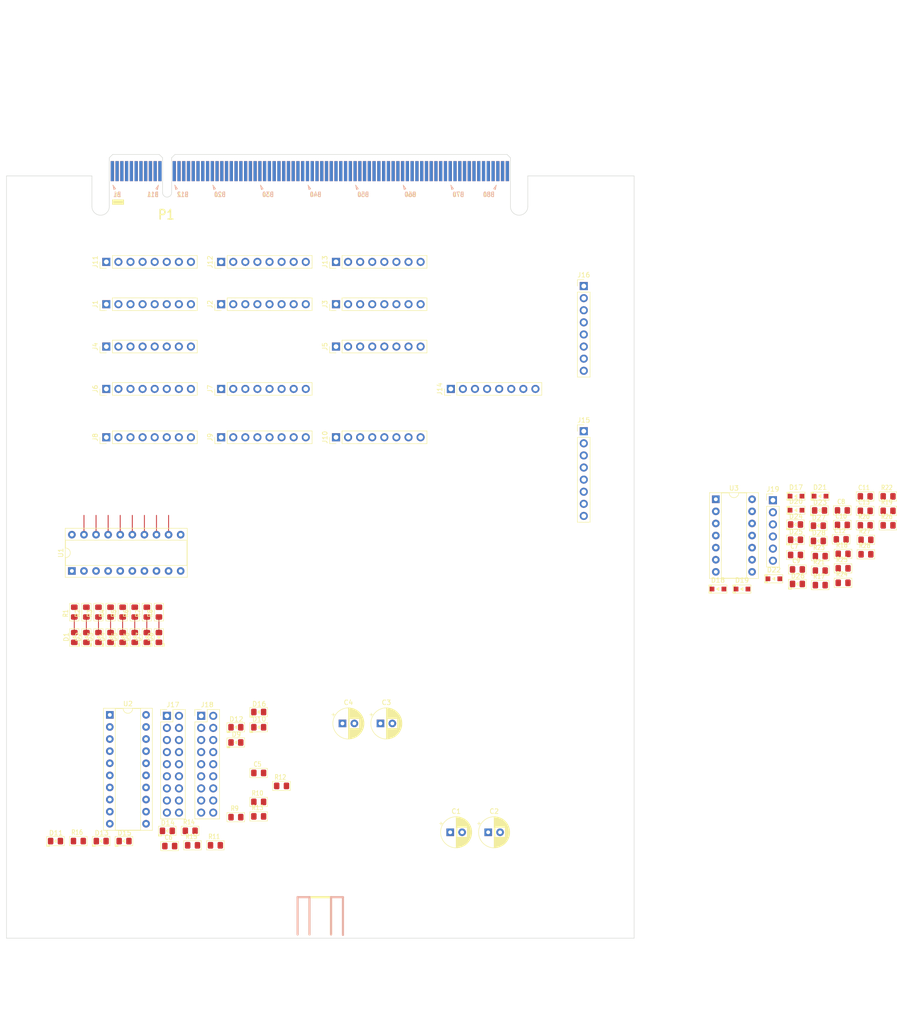
<source format=kicad_pcb>
(kicad_pcb (version 20171130) (host pcbnew 5.1.5-52549c5~86~ubuntu18.04.1)
  (title_block (title "CFT Control Unit Board") (comment 1 CTL))
  (layers (0 F.Cu signal) (1 In1.Cu power) (2 In2.Cu power) (31 B.Cu signal) (34 B.Paste user) (35 F.Paste user) (36 B.SilkS user) (37 F.SilkS user) (38 B.Mask user) (39 F.Mask user) (44 Edge.Cuts user))
  (net 0 "")
  (net 1 +5V)
  (net 2 GND)
  (net 3 /CLK4)
  (net 4 /CLK3)
  (net 5 /~RESET)
  (net 6 /T34)
  (net 7 /CLK2)
  (net 8 /CLK1)
  (net 9 /~RSTHOLD)
  (net 10 /~R)
  (net 11 /~IO)
  (net 12 /~MEM)
  (net 13 /~ENDEXT)
  (net 14 /~HALT)
  (net 15 /~WS)
  (net 16 /~IRQ)
  (net 17 /~SKIPEXT)
  (net 18 /~IRQS)
  (net 19 /~SYSDEV)
  (net 20 /~IODEV1xx)
  (net 21 /~IODEV2xx)
  (net 22 /~IODEV3xx)
  (net 23 /~W)
  (net 24 /sheet5DD55211/RSVD2)
  (net 25 /sheet5DD55211/RSVD3)
  (net 26 /sheet5DD55211/RSVD4)
  (net 27 /sheet5DD55211/RSVD1)
  (net 28 /~RUEN)
  (net 29 /~WUEN)
  (net 30 /WSTB)
  (net 31 /DB0)
  (net 32 /DB1)
  (net 33 /DB2)
  (net 34 /DB3)
  (net 35 /DB4)
  (net 36 /DB5)
  (net 37 /DB6)
  (net 38 /DB7)
  (net 39 /~IRQ0)
  (net 40 /~IRQ1)
  (net 41 /~IRQ2)
  (net 42 /~IRQ3)
  (net 43 /~IRQ4)
  (net 44 /DB8)
  (net 45 /DB9)
  (net 46 /DB10)
  (net 47 /DB11)
  (net 48 /DB12)
  (net 49 /DB13)
  (net 50 /DB14)
  (net 51 /DB15)
  (net 52 /AB3)
  (net 53 /AB4)
  (net 54 /AB5)
  (net 55 /~IRQ5)
  (net 56 /~IRQ6)
  (net 57 /~IRQ7)
  (net 58 /AB6)
  (net 59 /AB7)
  (net 60 "Net-(C7-Pad1)")
  (net 61 "Net-(C8-Pad1)")
  (net 62 "Net-(C9-Pad1)")
  (net 63 "Net-(C10-Pad1)")
  (net 64 "Net-(C11-Pad1)")
  (net 65 "Net-(C12-Pad1)")
  (net 66 "Net-(D1-Pad2)")
  (net 67 "Net-(D2-Pad2)")
  (net 68 "Net-(D3-Pad2)")
  (net 69 "Net-(D4-Pad2)")
  (net 70 "Net-(D5-Pad2)")
  (net 71 "Net-(D6-Pad2)")
  (net 72 "Net-(D7-Pad2)")
  (net 73 "Net-(D8-Pad2)")
  (net 74 "Net-(D9-Pad2)")
  (net 75 "Net-(D10-Pad2)")
  (net 76 "Net-(D11-Pad2)")
  (net 77 "Net-(D12-Pad2)")
  (net 78 "Net-(D13-Pad2)")
  (net 79 "Net-(D14-Pad2)")
  (net 80 "Net-(D15-Pad2)")
  (net 81 "Net-(D16-Pad2)")
  (net 82 "/Strobe LEDs/LED1")
  (net 83 "/Strobe LEDs/LED2")
  (net 84 "/Strobe LEDs/LED3")
  (net 85 "/Strobe LEDs/LED4")
  (net 86 "/Strobe LEDs/LED5")
  (net 87 "/Strobe LEDs/LED6")
  (net 88 "Net-(D23-Pad2)")
  (net 89 "Net-(D24-Pad2)")
  (net 90 "Net-(D25-Pad2)")
  (net 91 "Net-(D26-Pad2)")
  (net 92 "Net-(D27-Pad2)")
  (net 93 "Net-(D28-Pad2)")
  (net 94 /AB2)
  (net 95 /AB1)
  (net 96 /AB0)
  (net 97 /AB15)
  (net 98 /AB14)
  (net 99 /AB13)
  (net 100 /AB12)
  (net 101 /AB11)
  (net 102 /AB10)
  (net 103 /AB9)
  (net 104 /AB8)
  (net 105 /AB23)
  (net 106 /AB22)
  (net 107 /AB21)
  (net 108 /AB20)
  (net 109 /AB19)
  (net 110 /AB18)
  (net 111 /AB17)
  (net 112 /AB16)
  (net 113 /IBUS7)
  (net 114 /IBUS6)
  (net 115 /IBUS5)
  (net 116 /IBUS4)
  (net 117 /IBUS3)
  (net 118 /IBUS2)
  (net 119 /IBUS1)
  (net 120 /IBUS0)
  (net 121 /IBUS15)
  (net 122 /IBUS14)
  (net 123 /IBUS13)
  (net 124 /IBUS12)
  (net 125 /IBUS11)
  (net 126 /IBUS10)
  (net 127 /IBUS9)
  (net 128 /IBUS8)
  (net 129 /WADDR2)
  (net 130 /WADDR1)
  (net 131 /WADDR0)
  (net 132 /RADDR4)
  (net 133 /RADDR3)
  (net 134 /RADDR2)
  (net 135 /RADDR1)
  (net 136 /RADDR0)
  (net 137 "Net-(J9-Pad8)")
  (net 138 /ACTION4)
  (net 139 /ACTION3)
  (net 140 /ACTION2)
  (net 141 /ACTION1)
  (net 142 /ACTION0)
  (net 143 /WADDR4)
  (net 144 /WADDR3)
  (net 145 "Net-(J10-Pad8)")
  (net 146 /~WAITING)
  (net 147 "Net-(J12-Pad8)")
  (net 148 "Net-(J12-Pad7)")
  (net 149 "Net-(J12-Pad6)")
  (net 150 /C40)
  (net 151 /C39)
  (net 152 /C38)
  (net 153 /C37)
  (net 154 /C36)
  (net 155 /C35)
  (net 156 /C34)
  (net 157 /C33)
  (net 158 "Net-(J17-Pad18)")
  (net 159 "Net-(J17-Pad16)")
  (net 160 "Net-(J17-Pad14)")
  (net 161 "Net-(J17-Pad12)")
  (net 162 "Net-(J17-Pad10)")
  (net 163 "Net-(J17-Pad8)")
  (net 164 "Net-(J17-Pad6)")
  (net 165 "Net-(J17-Pad4)")
  (net 166 "Net-(J17-Pad2)")
  (net 167 "Net-(J18-Pad18)")
  (net 168 "Net-(J18-Pad16)")
  (net 169 "Net-(J18-Pad14)")
  (net 170 "Net-(J18-Pad12)")
  (net 171 "Net-(J18-Pad10)")
  (net 172 "Net-(J18-Pad8)")
  (net 173 "Net-(J18-Pad6)")
  (net 174 "Net-(J18-Pad4)")
  (net 175 "Net-(J18-Pad2)")
  (net 176 /C19)
  (net 177 /C20)
  (net 178 /C21)
  (net 179 /C23)
  (net 180 /C25)
  (net 181 /C27)
  (net 182 /C29)
  (net 183 /C31)
  (net 184 /C1)
  (net 185 /C2)
  (net 186 /C3)
  (net 187 /C4)
  (net 188 /C5)
  (net 189 /C6)
  (net 190 /C7)
  (net 191 /C8)
  (net 192 /C9)
  (net 193 /C10)
  (net 194 /C11)
  (net 195 /C12)
  (net 196 /C13)
  (net 197 /C14)
  (net 198 /C16)
  (net 199 /C15)
  (net 200 /C18)
  (net 201 /C17)
  (net 202 /sheet5DD55211/FPD0)
  (net 203 /sheet5DD55211/FPD1)
  (net 204 /sheet5DD55211/FPD2)
  (net 205 /sheet5DD55211/FPD3)
  (net 206 /C22)
  (net 207 /sheet5DD55211/FPD4)
  (net 208 /sheet5DD55211/FPD5)
  (net 209 /C24)
  (net 210 /C26)
  (net 211 /sheet5DD55211/FPD6)
  (net 212 /sheet5DD55211/FPD7)
  (net 213 /C28)
  (net 214 /C30)
  (net 215 /C32)
  (net 216 "Net-(R1-Pad2)")
  (net 217 "Net-(R2-Pad2)")
  (net 218 "Net-(R3-Pad2)")
  (net 219 "Net-(R4-Pad2)")
  (net 220 "Net-(R5-Pad2)")
  (net 221 "Net-(R6-Pad2)")
  (net 222 "Net-(R7-Pad2)")
  (net 223 "Net-(R8-Pad2)")
  (net 224 "Net-(R9-Pad2)")
  (net 225 "Net-(R10-Pad2)")
  (net 226 "Net-(R11-Pad2)")
  (net 227 "Net-(R12-Pad2)")
  (net 228 "Net-(R13-Pad2)")
  (net 229 "Net-(R14-Pad2)")
  (net 230 "Net-(R15-Pad2)")
  (net 231 "Net-(R16-Pad2)")
  (net 232 "Net-(R23-Pad2)")
  (net 233 "Net-(R24-Pad2)")
  (net 234 "Net-(R25-Pad2)")
  (net 235 "Net-(R26-Pad2)")
  (net 236 "Net-(R27-Pad2)")
  (net 237 "Net-(R28-Pad2)")
  (module Package_DIP:DIP-14_W7.62mm_Socket (layer F.Cu) (at 203.007759 145.091)
    (fp_text reference U3 (at 3.81 -2.33) (layer F.SilkS))
    (fp_text value 74HC14)
    (pad 14 thru_hole oval (at 7.62 0) (size 1.6 1.6) (drill 0.8) (layers *.Cu *.Mask) (net 1 +5V))
    (pad 7 thru_hole oval (at 0 15.24) (size 1.6 1.6) (drill 0.8) (layers *.Cu *.Mask) (net 2 GND))
    (pad 13 thru_hole oval (at 7.62 2.54) (size 1.6 1.6) (drill 0.8) (layers *.Cu *.Mask) (net 65 "Net-(C12-Pad1)"))
    (pad 6 thru_hole oval (at 0 12.7) (size 1.6 1.6) (drill 0.8) (layers *.Cu *.Mask) (net 234 "Net-(R25-Pad2)"))
    (pad 12 thru_hole oval (at 7.62 5.08) (size 1.6 1.6) (drill 0.8) (layers *.Cu *.Mask) (net 237 "Net-(R28-Pad2)"))
    (pad 5 thru_hole oval (at 0 10.16) (size 1.6 1.6) (drill 0.8) (layers *.Cu *.Mask) (net 62 "Net-(C9-Pad1)"))
    (pad 11 thru_hole oval (at 7.62 7.62) (size 1.6 1.6) (drill 0.8) (layers *.Cu *.Mask) (net 64 "Net-(C11-Pad1)"))
    (pad 4 thru_hole oval (at 0 7.62) (size 1.6 1.6) (drill 0.8) (layers *.Cu *.Mask) (net 233 "Net-(R24-Pad2)"))
    (pad 10 thru_hole oval (at 7.62 10.16) (size 1.6 1.6) (drill 0.8) (layers *.Cu *.Mask) (net 236 "Net-(R27-Pad2)"))
    (pad 3 thru_hole oval (at 0 5.08) (size 1.6 1.6) (drill 0.8) (layers *.Cu *.Mask) (net 61 "Net-(C8-Pad1)"))
    (pad 9 thru_hole oval (at 7.62 12.7) (size 1.6 1.6) (drill 0.8) (layers *.Cu *.Mask) (net 63 "Net-(C10-Pad1)"))
    (pad 2 thru_hole oval (at 0 2.54) (size 1.6 1.6) (drill 0.8) (layers *.Cu *.Mask) (net 232 "Net-(R23-Pad2)"))
    (pad 8 thru_hole oval (at 7.62 15.24) (size 1.6 1.6) (drill 0.8) (layers *.Cu *.Mask) (net 235 "Net-(R26-Pad2)"))
    (pad 1 thru_hole rect (at 0 0) (size 1.6 1.6) (drill 0.8) (layers *.Cu *.Mask) (net 60 "Net-(C7-Pad1)"))
  )
  (module Package_DIP:DIP-20_W7.62mm_Socket (layer F.Cu) (at 75.657759 190.361)
    (fp_text reference U2 (at 3.81 -2.33) (layer F.SilkS))
    (fp_text value 74HCT574)
    (pad 20 thru_hole oval (at 7.62 0) (size 1.6 1.6) (drill 0.8) (layers *.Cu *.Mask) (net 1 +5V))
    (pad 10 thru_hole oval (at 0 22.86) (size 1.6 1.6) (drill 0.8) (layers *.Cu *.Mask) (net 2 GND))
    (pad 19 thru_hole oval (at 7.62 2.54) (size 1.6 1.6) (drill 0.8) (layers *.Cu *.Mask) (net 224 "Net-(R9-Pad2)"))
    (pad 9 thru_hole oval (at 0 20.32) (size 1.6 1.6) (drill 0.8) (layers *.Cu *.Mask) (net 168 "Net-(J18-Pad16)"))
    (pad 18 thru_hole oval (at 7.62 5.08) (size 1.6 1.6) (drill 0.8) (layers *.Cu *.Mask) (net 225 "Net-(R10-Pad2)"))
    (pad 8 thru_hole oval (at 0 17.78) (size 1.6 1.6) (drill 0.8) (layers *.Cu *.Mask) (net 169 "Net-(J18-Pad14)"))
    (pad 17 thru_hole oval (at 7.62 7.62) (size 1.6 1.6) (drill 0.8) (layers *.Cu *.Mask) (net 226 "Net-(R11-Pad2)"))
    (pad 7 thru_hole oval (at 0 15.24) (size 1.6 1.6) (drill 0.8) (layers *.Cu *.Mask) (net 170 "Net-(J18-Pad12)"))
    (pad 16 thru_hole oval (at 7.62 10.16) (size 1.6 1.6) (drill 0.8) (layers *.Cu *.Mask) (net 227 "Net-(R12-Pad2)"))
    (pad 6 thru_hole oval (at 0 12.7) (size 1.6 1.6) (drill 0.8) (layers *.Cu *.Mask) (net 171 "Net-(J18-Pad10)"))
    (pad 15 thru_hole oval (at 7.62 12.7) (size 1.6 1.6) (drill 0.8) (layers *.Cu *.Mask) (net 228 "Net-(R13-Pad2)"))
    (pad 5 thru_hole oval (at 0 10.16) (size 1.6 1.6) (drill 0.8) (layers *.Cu *.Mask) (net 172 "Net-(J18-Pad8)"))
    (pad 14 thru_hole oval (at 7.62 15.24) (size 1.6 1.6) (drill 0.8) (layers *.Cu *.Mask) (net 229 "Net-(R14-Pad2)"))
    (pad 4 thru_hole oval (at 0 7.62) (size 1.6 1.6) (drill 0.8) (layers *.Cu *.Mask) (net 173 "Net-(J18-Pad6)"))
    (pad 13 thru_hole oval (at 7.62 17.78) (size 1.6 1.6) (drill 0.8) (layers *.Cu *.Mask) (net 230 "Net-(R15-Pad2)"))
    (pad 3 thru_hole oval (at 0 5.08) (size 1.6 1.6) (drill 0.8) (layers *.Cu *.Mask) (net 174 "Net-(J18-Pad4)"))
    (pad 12 thru_hole oval (at 7.62 20.32) (size 1.6 1.6) (drill 0.8) (layers *.Cu *.Mask) (net 231 "Net-(R16-Pad2)"))
    (pad 2 thru_hole oval (at 0 2.54) (size 1.6 1.6) (drill 0.8) (layers *.Cu *.Mask) (net 175 "Net-(J18-Pad2)"))
    (pad 11 thru_hole oval (at 7.62 22.86) (size 1.6 1.6) (drill 0.8) (layers *.Cu *.Mask) (net 167 "Net-(J18-Pad18)"))
    (pad 1 thru_hole rect (at 0 0) (size 1.6 1.6) (drill 0.8) (layers *.Cu *.Mask) (net 2 GND))
  )
  (module Package_DIP:DIP-20_W7.62mm_Socket (layer F.Cu) (at 67.691 160.147 90)
    (fp_text reference U1 (at 3.81 -2.33 90) (layer F.SilkS))
    (fp_text value 74HCT574)
    (pad 20 thru_hole oval (at 7.62 0 90) (size 1.6 1.6) (drill 0.8) (layers *.Cu *.Mask) (net 1 +5V))
    (pad 10 thru_hole oval (at 0 22.86 90) (size 1.6 1.6) (drill 0.8) (layers *.Cu *.Mask) (net 2 GND))
    (pad 19 thru_hole oval (at 7.62 2.54 90) (size 1.6 1.6) (drill 0.8) (layers *.Cu *.Mask) (net 216 "Net-(R1-Pad2)"))
    (pad 9 thru_hole oval (at 0 20.32 90) (size 1.6 1.6) (drill 0.8) (layers *.Cu *.Mask) (net 159 "Net-(J17-Pad16)"))
    (pad 18 thru_hole oval (at 7.62 5.08 90) (size 1.6 1.6) (drill 0.8) (layers *.Cu *.Mask) (net 217 "Net-(R2-Pad2)"))
    (pad 8 thru_hole oval (at 0 17.78 90) (size 1.6 1.6) (drill 0.8) (layers *.Cu *.Mask) (net 160 "Net-(J17-Pad14)"))
    (pad 17 thru_hole oval (at 7.62 7.62 90) (size 1.6 1.6) (drill 0.8) (layers *.Cu *.Mask) (net 218 "Net-(R3-Pad2)"))
    (pad 7 thru_hole oval (at 0 15.24 90) (size 1.6 1.6) (drill 0.8) (layers *.Cu *.Mask) (net 161 "Net-(J17-Pad12)"))
    (pad 16 thru_hole oval (at 7.62 10.16 90) (size 1.6 1.6) (drill 0.8) (layers *.Cu *.Mask) (net 219 "Net-(R4-Pad2)"))
    (pad 6 thru_hole oval (at 0 12.7 90) (size 1.6 1.6) (drill 0.8) (layers *.Cu *.Mask) (net 162 "Net-(J17-Pad10)"))
    (pad 15 thru_hole oval (at 7.62 12.7 90) (size 1.6 1.6) (drill 0.8) (layers *.Cu *.Mask) (net 220 "Net-(R5-Pad2)"))
    (pad 5 thru_hole oval (at 0 10.16 90) (size 1.6 1.6) (drill 0.8) (layers *.Cu *.Mask) (net 163 "Net-(J17-Pad8)"))
    (pad 14 thru_hole oval (at 7.62 15.24 90) (size 1.6 1.6) (drill 0.8) (layers *.Cu *.Mask) (net 221 "Net-(R6-Pad2)"))
    (pad 4 thru_hole oval (at 0 7.62 90) (size 1.6 1.6) (drill 0.8) (layers *.Cu *.Mask) (net 164 "Net-(J17-Pad6)"))
    (pad 13 thru_hole oval (at 7.62 17.78 90) (size 1.6 1.6) (drill 0.8) (layers *.Cu *.Mask) (net 222 "Net-(R7-Pad2)"))
    (pad 3 thru_hole oval (at 0 5.08 90) (size 1.6 1.6) (drill 0.8) (layers *.Cu *.Mask) (net 165 "Net-(J17-Pad4)"))
    (pad 12 thru_hole oval (at 7.62 20.32 90) (size 1.6 1.6) (drill 0.8) (layers *.Cu *.Mask) (net 223 "Net-(R8-Pad2)"))
    (pad 2 thru_hole oval (at 0 2.54 90) (size 1.6 1.6) (drill 0.8) (layers *.Cu *.Mask) (net 166 "Net-(J17-Pad2)"))
    (pad 11 thru_hole oval (at 7.62 22.86 90) (size 1.6 1.6) (drill 0.8) (layers *.Cu *.Mask) (net 158 "Net-(J17-Pad18)"))
    (pad 1 thru_hole rect (at 0 0 90) (size 1.6 1.6) (drill 0.8) (layers *.Cu *.Mask) (net 2 GND))
  )
  (module alexios:SMD_0805_2012Metric_Pad1.15x1.40mm_HandSolder (layer F.Cu) (at 234.552759 156.646)
    (fp_text reference R28 (at -0.254 -1.8288) (layer F.SilkS) (effects (font (size 1 0.83))))
    (fp_text value 150Ω)
    (pad 2 smd roundrect (at 1.025 0) (size 1.15 1.4) (layers F.Cu F.Paste F.Mask) (roundrect_rratio 0.217391) (net 237 "Net-(R28-Pad2)"))
    (pad 1 smd roundrect (at -1.025 0) (size 1.15 1.4) (layers F.Cu F.Paste F.Mask) (roundrect_rratio 0.217391) (net 93 "Net-(D28-Pad2)"))
  )
  (module alexios:SMD_0805_2012Metric_Pad1.15x1.40mm_HandSolder (layer F.Cu) (at 234.552759 153.606)
    (fp_text reference R27 (at -0.254 -1.8288) (layer F.SilkS) (effects (font (size 1 0.83))))
    (fp_text value 150Ω)
    (pad 2 smd roundrect (at 1.025 0) (size 1.15 1.4) (layers F.Cu F.Paste F.Mask) (roundrect_rratio 0.217391) (net 236 "Net-(R27-Pad2)"))
    (pad 1 smd roundrect (at -1.025 0) (size 1.15 1.4) (layers F.Cu F.Paste F.Mask) (roundrect_rratio 0.217391) (net 92 "Net-(D27-Pad2)"))
  )
  (module alexios:SMD_0805_2012Metric_Pad1.15x1.40mm_HandSolder (layer F.Cu) (at 239.202759 150.566)
    (fp_text reference R26 (at -0.254 -1.8288) (layer F.SilkS) (effects (font (size 1 0.83))))
    (fp_text value 150Ω)
    (pad 2 smd roundrect (at 1.025 0) (size 1.15 1.4) (layers F.Cu F.Paste F.Mask) (roundrect_rratio 0.217391) (net 235 "Net-(R26-Pad2)"))
    (pad 1 smd roundrect (at -1.025 0) (size 1.15 1.4) (layers F.Cu F.Paste F.Mask) (roundrect_rratio 0.217391) (net 91 "Net-(D26-Pad2)"))
  )
  (module alexios:SMD_0805_2012Metric_Pad1.15x1.40mm_HandSolder (layer F.Cu) (at 229.752759 159.596)
    (fp_text reference R25 (at -0.254 -1.8288) (layer F.SilkS) (effects (font (size 1 0.83))))
    (fp_text value 150Ω)
    (pad 2 smd roundrect (at 1.025 0) (size 1.15 1.4) (layers F.Cu F.Paste F.Mask) (roundrect_rratio 0.217391) (net 234 "Net-(R25-Pad2)"))
    (pad 1 smd roundrect (at -1.025 0) (size 1.15 1.4) (layers F.Cu F.Paste F.Mask) (roundrect_rratio 0.217391) (net 90 "Net-(D25-Pad2)"))
  )
  (module alexios:SMD_0805_2012Metric_Pad1.15x1.40mm_HandSolder (layer F.Cu) (at 229.752759 162.636)
    (fp_text reference R24 (at -0.254 -1.8288) (layer F.SilkS) (effects (font (size 1 0.83))))
    (fp_text value 150Ω)
    (pad 2 smd roundrect (at 1.025 0) (size 1.15 1.4) (layers F.Cu F.Paste F.Mask) (roundrect_rratio 0.217391) (net 233 "Net-(R24-Pad2)"))
    (pad 1 smd roundrect (at -1.025 0) (size 1.15 1.4) (layers F.Cu F.Paste F.Mask) (roundrect_rratio 0.217391) (net 89 "Net-(D24-Pad2)"))
  )
  (module alexios:SMD_0805_2012Metric_Pad1.15x1.40mm_HandSolder (layer F.Cu) (at 224.952759 157.036)
    (fp_text reference R23 (at -0.254 -1.8288) (layer F.SilkS) (effects (font (size 1 0.83))))
    (fp_text value 150Ω)
    (pad 2 smd roundrect (at 1.025 0) (size 1.15 1.4) (layers F.Cu F.Paste F.Mask) (roundrect_rratio 0.217391) (net 232 "Net-(R23-Pad2)"))
    (pad 1 smd roundrect (at -1.025 0) (size 1.15 1.4) (layers F.Cu F.Paste F.Mask) (roundrect_rratio 0.217391) (net 88 "Net-(D23-Pad2)"))
  )
  (module alexios:SMD_0805_2012Metric_Pad1.15x1.40mm_HandSolder (layer F.Cu) (at 239.202759 144.486)
    (fp_text reference R22 (at -0.254 -1.8288) (layer F.SilkS) (effects (font (size 1 0.83))))
    (fp_text value 100kΩ)
    (pad 2 smd roundrect (at 1.025 0) (size 1.15 1.4) (layers F.Cu F.Paste F.Mask) (roundrect_rratio 0.217391) (net 65 "Net-(C12-Pad1)"))
    (pad 1 smd roundrect (at -1.025 0) (size 1.15 1.4) (layers F.Cu F.Paste F.Mask) (roundrect_rratio 0.217391) (net 2 GND))
  )
  (module alexios:SMD_0805_2012Metric_Pad1.15x1.40mm_HandSolder (layer F.Cu) (at 224.952759 160.076)
    (fp_text reference R21 (at -0.254 -1.8288) (layer F.SilkS) (effects (font (size 1 0.83))))
    (fp_text value 100kΩ)
    (pad 2 smd roundrect (at 1.025 0) (size 1.15 1.4) (layers F.Cu F.Paste F.Mask) (roundrect_rratio 0.217391) (net 64 "Net-(C11-Pad1)"))
    (pad 1 smd roundrect (at -1.025 0) (size 1.15 1.4) (layers F.Cu F.Paste F.Mask) (roundrect_rratio 0.217391) (net 2 GND))
  )
  (module alexios:SMD_0805_2012Metric_Pad1.15x1.40mm_HandSolder (layer F.Cu) (at 234.402759 150.566)
    (fp_text reference R20 (at -0.254 -1.8288) (layer F.SilkS) (effects (font (size 1 0.83))))
    (fp_text value 100kΩ)
    (pad 2 smd roundrect (at 1.025 0) (size 1.15 1.4) (layers F.Cu F.Paste F.Mask) (roundrect_rratio 0.217391) (net 63 "Net-(C10-Pad1)"))
    (pad 1 smd roundrect (at -1.025 0) (size 1.15 1.4) (layers F.Cu F.Paste F.Mask) (roundrect_rratio 0.217391) (net 2 GND))
  )
  (module alexios:SMD_0805_2012Metric_Pad1.15x1.40mm_HandSolder (layer F.Cu) (at 239.202759 147.526)
    (fp_text reference R19 (at -0.254 -1.8288) (layer F.SilkS) (effects (font (size 1 0.83))))
    (fp_text value 100kΩ)
    (pad 2 smd roundrect (at 1.025 0) (size 1.15 1.4) (layers F.Cu F.Paste F.Mask) (roundrect_rratio 0.217391) (net 62 "Net-(C9-Pad1)"))
    (pad 1 smd roundrect (at -1.025 0) (size 1.15 1.4) (layers F.Cu F.Paste F.Mask) (roundrect_rratio 0.217391) (net 2 GND))
  )
  (module alexios:SMD_0805_2012Metric_Pad1.15x1.40mm_HandSolder (layer F.Cu) (at 229.752759 156.556)
    (fp_text reference R18 (at -0.254 -1.8288) (layer F.SilkS) (effects (font (size 1 0.83))))
    (fp_text value 100kΩ)
    (pad 2 smd roundrect (at 1.025 0) (size 1.15 1.4) (layers F.Cu F.Paste F.Mask) (roundrect_rratio 0.217391) (net 61 "Net-(C8-Pad1)"))
    (pad 1 smd roundrect (at -1.025 0) (size 1.15 1.4) (layers F.Cu F.Paste F.Mask) (roundrect_rratio 0.217391) (net 2 GND))
  )
  (module alexios:SMD_0805_2012Metric_Pad1.15x1.40mm_HandSolder (layer F.Cu) (at 224.952759 163.116)
    (fp_text reference R17 (at -0.254 -1.8288) (layer F.SilkS) (effects (font (size 1 0.83))))
    (fp_text value 100kΩ)
    (pad 2 smd roundrect (at 1.025 0) (size 1.15 1.4) (layers F.Cu F.Paste F.Mask) (roundrect_rratio 0.217391) (net 60 "Net-(C7-Pad1)"))
    (pad 1 smd roundrect (at -1.025 0) (size 1.15 1.4) (layers F.Cu F.Paste F.Mask) (roundrect_rratio 0.217391) (net 2 GND))
  )
  (module alexios:R_SMD_0805_2012Metric_Pad1.15x1.40mm_HandSolder (layer F.Cu) (at 69.052759 216.856)
    (fp_text reference R16 (at -0.254 -1.8288) (layer F.SilkS) (effects (font (size 1 0.83))))
    (fp_text value R_Small)
    (pad 2 smd roundrect (at 1.025 0) (size 1.15 1.4) (layers F.Cu F.Paste F.Mask) (roundrect_rratio 0.217391) (net 231 "Net-(R16-Pad2)"))
    (pad 1 smd roundrect (at -1.025 0) (size 1.15 1.4) (layers F.Cu F.Paste F.Mask) (roundrect_rratio 0.217391) (net 77 "Net-(D12-Pad2)"))
  )
  (module alexios:R_SMD_0805_2012Metric_Pad1.15x1.40mm_HandSolder (layer F.Cu) (at 93.052759 217.746)
    (fp_text reference R15 (at -0.254 -1.8288) (layer F.SilkS) (effects (font (size 1 0.83))))
    (fp_text value R_Small)
    (pad 2 smd roundrect (at 1.025 0) (size 1.15 1.4) (layers F.Cu F.Paste F.Mask) (roundrect_rratio 0.217391) (net 230 "Net-(R15-Pad2)"))
    (pad 1 smd roundrect (at -1.025 0) (size 1.15 1.4) (layers F.Cu F.Paste F.Mask) (roundrect_rratio 0.217391) (net 81 "Net-(D16-Pad2)"))
  )
  (module alexios:R_SMD_0805_2012Metric_Pad1.15x1.40mm_HandSolder (layer F.Cu) (at 92.552759 214.706)
    (fp_text reference R14 (at -0.254 -1.8288) (layer F.SilkS) (effects (font (size 1 0.83))))
    (fp_text value R_Small)
    (pad 2 smd roundrect (at 1.025 0) (size 1.15 1.4) (layers F.Cu F.Paste F.Mask) (roundrect_rratio 0.217391) (net 229 "Net-(R14-Pad2)"))
    (pad 1 smd roundrect (at -1.025 0) (size 1.15 1.4) (layers F.Cu F.Paste F.Mask) (roundrect_rratio 0.217391) (net 76 "Net-(D11-Pad2)"))
  )
  (module alexios:R_SMD_0805_2012Metric_Pad1.15x1.40mm_HandSolder (layer F.Cu) (at 106.952759 211.676)
    (fp_text reference R13 (at -0.254 -1.8288) (layer F.SilkS) (effects (font (size 1 0.83))))
    (fp_text value R_Small)
    (pad 2 smd roundrect (at 1.025 0) (size 1.15 1.4) (layers F.Cu F.Paste F.Mask) (roundrect_rratio 0.217391) (net 228 "Net-(R13-Pad2)"))
    (pad 1 smd roundrect (at -1.025 0) (size 1.15 1.4) (layers F.Cu F.Paste F.Mask) (roundrect_rratio 0.217391) (net 80 "Net-(D15-Pad2)"))
  )
  (module alexios:R_SMD_0805_2012Metric_Pad1.15x1.40mm_HandSolder (layer F.Cu) (at 111.752759 205.276)
    (fp_text reference R12 (at -0.254 -1.8288) (layer F.SilkS) (effects (font (size 1 0.83))))
    (fp_text value R_Small)
    (pad 2 smd roundrect (at 1.025 0) (size 1.15 1.4) (layers F.Cu F.Paste F.Mask) (roundrect_rratio 0.217391) (net 227 "Net-(R12-Pad2)"))
    (pad 1 smd roundrect (at -1.025 0) (size 1.15 1.4) (layers F.Cu F.Paste F.Mask) (roundrect_rratio 0.217391) (net 75 "Net-(D10-Pad2)"))
  )
  (module alexios:R_SMD_0805_2012Metric_Pad1.15x1.40mm_HandSolder (layer F.Cu) (at 97.852759 217.746)
    (fp_text reference R11 (at -0.254 -1.8288) (layer F.SilkS) (effects (font (size 1 0.83))))
    (fp_text value R_Small)
    (pad 2 smd roundrect (at 1.025 0) (size 1.15 1.4) (layers F.Cu F.Paste F.Mask) (roundrect_rratio 0.217391) (net 226 "Net-(R11-Pad2)"))
    (pad 1 smd roundrect (at -1.025 0) (size 1.15 1.4) (layers F.Cu F.Paste F.Mask) (roundrect_rratio 0.217391) (net 79 "Net-(D14-Pad2)"))
  )
  (module alexios:R_SMD_0805_2012Metric_Pad1.15x1.40mm_HandSolder (layer F.Cu) (at 106.952759 208.636)
    (fp_text reference R10 (at -0.254 -1.8288) (layer F.SilkS) (effects (font (size 1 0.83))))
    (fp_text value R_Small)
    (pad 2 smd roundrect (at 1.025 0) (size 1.15 1.4) (layers F.Cu F.Paste F.Mask) (roundrect_rratio 0.217391) (net 225 "Net-(R10-Pad2)"))
    (pad 1 smd roundrect (at -1.025 0) (size 1.15 1.4) (layers F.Cu F.Paste F.Mask) (roundrect_rratio 0.217391) (net 74 "Net-(D9-Pad2)"))
  )
  (module alexios:R_SMD_0805_2012Metric_Pad1.15x1.40mm_HandSolder (layer F.Cu) (at 102.152759 211.836)
    (fp_text reference R9 (at -0.254 -1.8288) (layer F.SilkS) (effects (font (size 1 0.83))))
    (fp_text value R_Small)
    (pad 2 smd roundrect (at 1.025 0) (size 1.15 1.4) (layers F.Cu F.Paste F.Mask) (roundrect_rratio 0.217391) (net 224 "Net-(R9-Pad2)"))
    (pad 1 smd roundrect (at -1.025 0) (size 1.15 1.4) (layers F.Cu F.Paste F.Mask) (roundrect_rratio 0.217391) (net 78 "Net-(D13-Pad2)"))
  )
  (module alexios:R_SMD_0805_2012Metric_Pad1.15x1.40mm_HandSolder (layer F.Cu) (at 85.979 168.783 90)
    (fp_text reference R8 (at -0.254 -1.8288 90) (layer F.SilkS) (effects (font (size 1 0.83))))
    (fp_text value R_Small)
    (pad 2 smd roundrect (at 1.025 0 90) (size 1.15 1.4) (layers F.Cu F.Paste F.Mask) (roundrect_rratio 0.217391) (net 223 "Net-(R8-Pad2)"))
    (pad 1 smd roundrect (at -1.025 0 90) (size 1.15 1.4) (layers F.Cu F.Paste F.Mask) (roundrect_rratio 0.217391) (net 73 "Net-(D8-Pad2)"))
  )
  (module alexios:R_SMD_0805_2012Metric_Pad1.15x1.40mm_HandSolder (layer F.Cu) (at 83.439 168.783 90)
    (fp_text reference R7 (at -0.254 -1.8288 90) (layer F.SilkS) (effects (font (size 1 0.83))))
    (fp_text value R_Small)
    (pad 2 smd roundrect (at 1.025 0 90) (size 1.15 1.4) (layers F.Cu F.Paste F.Mask) (roundrect_rratio 0.217391) (net 222 "Net-(R7-Pad2)"))
    (pad 1 smd roundrect (at -1.025 0 90) (size 1.15 1.4) (layers F.Cu F.Paste F.Mask) (roundrect_rratio 0.217391) (net 72 "Net-(D7-Pad2)"))
  )
  (module alexios:R_SMD_0805_2012Metric_Pad1.15x1.40mm_HandSolder (layer F.Cu) (at 80.899 168.783 90)
    (fp_text reference R6 (at -0.254 -1.8288 90) (layer F.SilkS) (effects (font (size 1 0.83))))
    (fp_text value R_Small)
    (pad 2 smd roundrect (at 1.025 0 90) (size 1.15 1.4) (layers F.Cu F.Paste F.Mask) (roundrect_rratio 0.217391) (net 221 "Net-(R6-Pad2)"))
    (pad 1 smd roundrect (at -1.025 0 90) (size 1.15 1.4) (layers F.Cu F.Paste F.Mask) (roundrect_rratio 0.217391) (net 71 "Net-(D6-Pad2)"))
  )
  (module alexios:R_SMD_0805_2012Metric_Pad1.15x1.40mm_HandSolder (layer F.Cu) (at 78.359 168.783 90)
    (fp_text reference R5 (at -0.254 -1.8288 90) (layer F.SilkS) (effects (font (size 1 0.83))))
    (fp_text value R_Small)
    (pad 2 smd roundrect (at 1.025 0 90) (size 1.15 1.4) (layers F.Cu F.Paste F.Mask) (roundrect_rratio 0.217391) (net 220 "Net-(R5-Pad2)"))
    (pad 1 smd roundrect (at -1.025 0 90) (size 1.15 1.4) (layers F.Cu F.Paste F.Mask) (roundrect_rratio 0.217391) (net 70 "Net-(D5-Pad2)"))
  )
  (module alexios:R_SMD_0805_2012Metric_Pad1.15x1.40mm_HandSolder (layer F.Cu) (at 75.819 168.783 90)
    (fp_text reference R4 (at -0.254 -1.8288 90) (layer F.SilkS) (effects (font (size 1 0.83))))
    (fp_text value R_Small)
    (pad 2 smd roundrect (at 1.025 0 90) (size 1.15 1.4) (layers F.Cu F.Paste F.Mask) (roundrect_rratio 0.217391) (net 219 "Net-(R4-Pad2)"))
    (pad 1 smd roundrect (at -1.025 0 90) (size 1.15 1.4) (layers F.Cu F.Paste F.Mask) (roundrect_rratio 0.217391) (net 69 "Net-(D4-Pad2)"))
  )
  (module alexios:R_SMD_0805_2012Metric_Pad1.15x1.40mm_HandSolder (layer F.Cu) (at 73.279 168.783 90)
    (fp_text reference R3 (at -0.254 -1.8288 90) (layer F.SilkS) (effects (font (size 1 0.83))))
    (fp_text value R_Small)
    (pad 2 smd roundrect (at 1.025 0 90) (size 1.15 1.4) (layers F.Cu F.Paste F.Mask) (roundrect_rratio 0.217391) (net 218 "Net-(R3-Pad2)"))
    (pad 1 smd roundrect (at -1.025 0 90) (size 1.15 1.4) (layers F.Cu F.Paste F.Mask) (roundrect_rratio 0.217391) (net 68 "Net-(D3-Pad2)"))
  )
  (module alexios:R_SMD_0805_2012Metric_Pad1.15x1.40mm_HandSolder (layer F.Cu) (at 70.739 168.783 90)
    (fp_text reference R2 (at -0.254 -1.8288 90) (layer F.SilkS) (effects (font (size 1 0.83))))
    (fp_text value R_Small)
    (pad 2 smd roundrect (at 1.025 0 90) (size 1.15 1.4) (layers F.Cu F.Paste F.Mask) (roundrect_rratio 0.217391) (net 217 "Net-(R2-Pad2)"))
    (pad 1 smd roundrect (at -1.025 0 90) (size 1.15 1.4) (layers F.Cu F.Paste F.Mask) (roundrect_rratio 0.217391) (net 67 "Net-(D2-Pad2)"))
  )
  (module alexios:R_SMD_0805_2012Metric_Pad1.15x1.40mm_HandSolder (layer F.Cu) (at 68.199 168.783 90)
    (fp_text reference R1 (at -0.254 -1.8288 90) (layer F.SilkS) (effects (font (size 1 0.83))))
    (fp_text value R_Small)
    (pad 2 smd roundrect (at 1.025 0 90) (size 1.15 1.4) (layers F.Cu F.Paste F.Mask) (roundrect_rratio 0.217391) (net 216 "Net-(R1-Pad2)"))
    (pad 1 smd roundrect (at -1.025 0 90) (size 1.15 1.4) (layers F.Cu F.Paste F.Mask) (roundrect_rratio 0.217391) (net 66 "Net-(D1-Pad2)"))
  )
  (module Connector_PinHeader_2.54mm:PinHeader_1x06_P2.54mm_Vertical (layer F.Cu) (at 215.007759 145.291)
    (fp_text reference J19 (at 0 -2.33) (layer F.SilkS))
    (fp_text value Conn_01x06)
    (pad 6 thru_hole oval (at 0 12.7) (size 1.7 1.7) (drill 1) (layers *.Cu *.Mask) (net 87 "/Strobe LEDs/LED6"))
    (pad 5 thru_hole oval (at 0 10.16) (size 1.7 1.7) (drill 1) (layers *.Cu *.Mask) (net 86 "/Strobe LEDs/LED5"))
    (pad 4 thru_hole oval (at 0 7.62) (size 1.7 1.7) (drill 1) (layers *.Cu *.Mask) (net 85 "/Strobe LEDs/LED4"))
    (pad 3 thru_hole oval (at 0 5.08) (size 1.7 1.7) (drill 1) (layers *.Cu *.Mask) (net 84 "/Strobe LEDs/LED3"))
    (pad 2 thru_hole oval (at 0 2.54) (size 1.7 1.7) (drill 1) (layers *.Cu *.Mask) (net 83 "/Strobe LEDs/LED2"))
    (pad 1 thru_hole rect (at 0 0) (size 1.7 1.7) (drill 1) (layers *.Cu *.Mask) (net 82 "/Strobe LEDs/LED1"))
  )
  (module Connector_PinHeader_2.54mm:PinHeader_2x09_P2.54mm_Vertical (layer F.Cu) (at 94.857759 190.561)
    (fp_text reference J18 (at 1.27 -2.33) (layer F.SilkS))
    (fp_text value Conn_02x09_Odd_Even)
    (pad 18 thru_hole oval (at 2.54 20.32) (size 1.7 1.7) (drill 1) (layers *.Cu *.Mask) (net 167 "Net-(J18-Pad18)"))
    (pad 17 thru_hole oval (at 0 20.32) (size 1.7 1.7) (drill 1) (layers *.Cu *.Mask) (net 2 GND))
    (pad 16 thru_hole oval (at 2.54 17.78) (size 1.7 1.7) (drill 1) (layers *.Cu *.Mask) (net 168 "Net-(J18-Pad16)"))
    (pad 15 thru_hole oval (at 0 17.78) (size 1.7 1.7) (drill 1) (layers *.Cu *.Mask) (net 2 GND))
    (pad 14 thru_hole oval (at 2.54 15.24) (size 1.7 1.7) (drill 1) (layers *.Cu *.Mask) (net 169 "Net-(J18-Pad14)"))
    (pad 13 thru_hole oval (at 0 15.24) (size 1.7 1.7) (drill 1) (layers *.Cu *.Mask) (net 2 GND))
    (pad 12 thru_hole oval (at 2.54 12.7) (size 1.7 1.7) (drill 1) (layers *.Cu *.Mask) (net 170 "Net-(J18-Pad12)"))
    (pad 11 thru_hole oval (at 0 12.7) (size 1.7 1.7) (drill 1) (layers *.Cu *.Mask) (net 2 GND))
    (pad 10 thru_hole oval (at 2.54 10.16) (size 1.7 1.7) (drill 1) (layers *.Cu *.Mask) (net 171 "Net-(J18-Pad10)"))
    (pad 9 thru_hole oval (at 0 10.16) (size 1.7 1.7) (drill 1) (layers *.Cu *.Mask) (net 2 GND))
    (pad 8 thru_hole oval (at 2.54 7.62) (size 1.7 1.7) (drill 1) (layers *.Cu *.Mask) (net 172 "Net-(J18-Pad8)"))
    (pad 7 thru_hole oval (at 0 7.62) (size 1.7 1.7) (drill 1) (layers *.Cu *.Mask) (net 2 GND))
    (pad 6 thru_hole oval (at 2.54 5.08) (size 1.7 1.7) (drill 1) (layers *.Cu *.Mask) (net 173 "Net-(J18-Pad6)"))
    (pad 5 thru_hole oval (at 0 5.08) (size 1.7 1.7) (drill 1) (layers *.Cu *.Mask) (net 2 GND))
    (pad 4 thru_hole oval (at 2.54 2.54) (size 1.7 1.7) (drill 1) (layers *.Cu *.Mask) (net 174 "Net-(J18-Pad4)"))
    (pad 3 thru_hole oval (at 0 2.54) (size 1.7 1.7) (drill 1) (layers *.Cu *.Mask) (net 2 GND))
    (pad 2 thru_hole oval (at 2.54 0) (size 1.7 1.7) (drill 1) (layers *.Cu *.Mask) (net 175 "Net-(J18-Pad2)"))
    (pad 1 thru_hole rect (at 0 0) (size 1.7 1.7) (drill 1) (layers *.Cu *.Mask) (net 2 GND))
  )
  (module Connector_PinHeader_2.54mm:PinHeader_2x09_P2.54mm_Vertical (layer F.Cu) (at 87.657759 190.561)
    (fp_text reference J17 (at 1.27 -2.33) (layer F.SilkS))
    (fp_text value Conn_02x09_Odd_Even)
    (pad 18 thru_hole oval (at 2.54 20.32) (size 1.7 1.7) (drill 1) (layers *.Cu *.Mask) (net 158 "Net-(J17-Pad18)"))
    (pad 17 thru_hole oval (at 0 20.32) (size 1.7 1.7) (drill 1) (layers *.Cu *.Mask) (net 2 GND))
    (pad 16 thru_hole oval (at 2.54 17.78) (size 1.7 1.7) (drill 1) (layers *.Cu *.Mask) (net 159 "Net-(J17-Pad16)"))
    (pad 15 thru_hole oval (at 0 17.78) (size 1.7 1.7) (drill 1) (layers *.Cu *.Mask) (net 2 GND))
    (pad 14 thru_hole oval (at 2.54 15.24) (size 1.7 1.7) (drill 1) (layers *.Cu *.Mask) (net 160 "Net-(J17-Pad14)"))
    (pad 13 thru_hole oval (at 0 15.24) (size 1.7 1.7) (drill 1) (layers *.Cu *.Mask) (net 2 GND))
    (pad 12 thru_hole oval (at 2.54 12.7) (size 1.7 1.7) (drill 1) (layers *.Cu *.Mask) (net 161 "Net-(J17-Pad12)"))
    (pad 11 thru_hole oval (at 0 12.7) (size 1.7 1.7) (drill 1) (layers *.Cu *.Mask) (net 2 GND))
    (pad 10 thru_hole oval (at 2.54 10.16) (size 1.7 1.7) (drill 1) (layers *.Cu *.Mask) (net 162 "Net-(J17-Pad10)"))
    (pad 9 thru_hole oval (at 0 10.16) (size 1.7 1.7) (drill 1) (layers *.Cu *.Mask) (net 2 GND))
    (pad 8 thru_hole oval (at 2.54 7.62) (size 1.7 1.7) (drill 1) (layers *.Cu *.Mask) (net 163 "Net-(J17-Pad8)"))
    (pad 7 thru_hole oval (at 0 7.62) (size 1.7 1.7) (drill 1) (layers *.Cu *.Mask) (net 2 GND))
    (pad 6 thru_hole oval (at 2.54 5.08) (size 1.7 1.7) (drill 1) (layers *.Cu *.Mask) (net 164 "Net-(J17-Pad6)"))
    (pad 5 thru_hole oval (at 0 5.08) (size 1.7 1.7) (drill 1) (layers *.Cu *.Mask) (net 2 GND))
    (pad 4 thru_hole oval (at 2.54 2.54) (size 1.7 1.7) (drill 1) (layers *.Cu *.Mask) (net 165 "Net-(J17-Pad4)"))
    (pad 3 thru_hole oval (at 0 2.54) (size 1.7 1.7) (drill 1) (layers *.Cu *.Mask) (net 2 GND))
    (pad 2 thru_hole oval (at 2.54 0) (size 1.7 1.7) (drill 1) (layers *.Cu *.Mask) (net 166 "Net-(J17-Pad2)"))
    (pad 1 thru_hole rect (at 0 0) (size 1.7 1.7) (drill 1) (layers *.Cu *.Mask) (net 2 GND))
  )
  (module Connector_PinHeader_2.54mm:PinHeader_1x08_P2.54mm_Vertical (layer F.Cu) (at 175.26 100.33)
    (fp_text reference J16 (at 0 -2.33) (layer F.SilkS))
    (fp_text value Conn_01x08)
    (pad 8 thru_hole oval (at 0 17.78) (size 1.7 1.7) (drill 1) (layers *.Cu *.Mask) (net 2 GND))
    (pad 7 thru_hole oval (at 0 15.24) (size 1.7 1.7) (drill 1) (layers *.Cu *.Mask) (net 2 GND))
    (pad 6 thru_hole oval (at 0 12.7) (size 1.7 1.7) (drill 1) (layers *.Cu *.Mask) (net 2 GND))
    (pad 5 thru_hole oval (at 0 10.16) (size 1.7 1.7) (drill 1) (layers *.Cu *.Mask) (net 2 GND))
    (pad 4 thru_hole oval (at 0 7.62) (size 1.7 1.7) (drill 1) (layers *.Cu *.Mask) (net 2 GND))
    (pad 3 thru_hole oval (at 0 5.08) (size 1.7 1.7) (drill 1) (layers *.Cu *.Mask) (net 2 GND))
    (pad 2 thru_hole oval (at 0 2.54) (size 1.7 1.7) (drill 1) (layers *.Cu *.Mask) (net 2 GND))
    (pad 1 thru_hole rect (at 0 0) (size 1.7 1.7) (drill 1) (layers *.Cu *.Mask) (net 2 GND))
  )
  (module Connector_PinHeader_2.54mm:PinHeader_1x08_P2.54mm_Vertical (layer F.Cu) (at 175.26 130.81)
    (fp_text reference J15 (at 0 -2.33) (layer F.SilkS))
    (fp_text value Conn_01x08)
    (pad 8 thru_hole oval (at 0 17.78) (size 1.7 1.7) (drill 1) (layers *.Cu *.Mask) (net 1 +5V))
    (pad 7 thru_hole oval (at 0 15.24) (size 1.7 1.7) (drill 1) (layers *.Cu *.Mask) (net 1 +5V))
    (pad 6 thru_hole oval (at 0 12.7) (size 1.7 1.7) (drill 1) (layers *.Cu *.Mask) (net 1 +5V))
    (pad 5 thru_hole oval (at 0 10.16) (size 1.7 1.7) (drill 1) (layers *.Cu *.Mask) (net 1 +5V))
    (pad 4 thru_hole oval (at 0 7.62) (size 1.7 1.7) (drill 1) (layers *.Cu *.Mask) (net 1 +5V))
    (pad 3 thru_hole oval (at 0 5.08) (size 1.7 1.7) (drill 1) (layers *.Cu *.Mask) (net 1 +5V))
    (pad 2 thru_hole oval (at 0 2.54) (size 1.7 1.7) (drill 1) (layers *.Cu *.Mask) (net 1 +5V))
    (pad 1 thru_hole rect (at 0 0) (size 1.7 1.7) (drill 1) (layers *.Cu *.Mask) (net 1 +5V))
  )
  (module Connector_PinHeader_2.54mm:PinHeader_1x08_P2.54mm_Vertical (layer F.Cu) (at 147.32 121.92 90)
    (fp_text reference J14 (at 0 -2.33 90) (layer F.SilkS))
    (fp_text value Conn_01x08)
    (pad 8 thru_hole oval (at 0 17.78 90) (size 1.7 1.7) (drill 1) (layers *.Cu *.Mask) (net 150 /C40))
    (pad 7 thru_hole oval (at 0 15.24 90) (size 1.7 1.7) (drill 1) (layers *.Cu *.Mask) (net 151 /C39))
    (pad 6 thru_hole oval (at 0 12.7 90) (size 1.7 1.7) (drill 1) (layers *.Cu *.Mask) (net 152 /C38))
    (pad 5 thru_hole oval (at 0 10.16 90) (size 1.7 1.7) (drill 1) (layers *.Cu *.Mask) (net 153 /C37))
    (pad 4 thru_hole oval (at 0 7.62 90) (size 1.7 1.7) (drill 1) (layers *.Cu *.Mask) (net 154 /C36))
    (pad 3 thru_hole oval (at 0 5.08 90) (size 1.7 1.7) (drill 1) (layers *.Cu *.Mask) (net 155 /C35))
    (pad 2 thru_hole oval (at 0 2.54 90) (size 1.7 1.7) (drill 1) (layers *.Cu *.Mask) (net 156 /C34))
    (pad 1 thru_hole rect (at 0 0 90) (size 1.7 1.7) (drill 1) (layers *.Cu *.Mask) (net 157 /C33))
  )
  (module Connector_PinHeader_2.54mm:PinHeader_1x08_P2.54mm_Vertical (layer F.Cu) (at 123.19 95.25 90)
    (fp_text reference J13 (at 0 -2.33 90) (layer F.SilkS))
    (fp_text value Conn_01x08)
    (pad 8 thru_hole oval (at 0 17.78 90) (size 1.7 1.7) (drill 1) (layers *.Cu *.Mask) (net 57 /~IRQ7))
    (pad 7 thru_hole oval (at 0 15.24 90) (size 1.7 1.7) (drill 1) (layers *.Cu *.Mask) (net 56 /~IRQ6))
    (pad 6 thru_hole oval (at 0 12.7 90) (size 1.7 1.7) (drill 1) (layers *.Cu *.Mask) (net 55 /~IRQ5))
    (pad 5 thru_hole oval (at 0 10.16 90) (size 1.7 1.7) (drill 1) (layers *.Cu *.Mask) (net 43 /~IRQ4))
    (pad 4 thru_hole oval (at 0 7.62 90) (size 1.7 1.7) (drill 1) (layers *.Cu *.Mask) (net 42 /~IRQ3))
    (pad 3 thru_hole oval (at 0 5.08 90) (size 1.7 1.7) (drill 1) (layers *.Cu *.Mask) (net 41 /~IRQ2))
    (pad 2 thru_hole oval (at 0 2.54 90) (size 1.7 1.7) (drill 1) (layers *.Cu *.Mask) (net 40 /~IRQ1))
    (pad 1 thru_hole rect (at 0 0 90) (size 1.7 1.7) (drill 1) (layers *.Cu *.Mask) (net 39 /~IRQ0))
  )
  (module Connector_PinHeader_2.54mm:PinHeader_1x08_P2.54mm_Vertical (layer F.Cu) (at 99.06 95.25 90)
    (fp_text reference J12 (at 0 -2.33 90) (layer F.SilkS))
    (fp_text value Conn_01x08)
    (pad 8 thru_hole oval (at 0 17.78 90) (size 1.7 1.7) (drill 1) (layers *.Cu *.Mask) (net 147 "Net-(J12-Pad8)"))
    (pad 7 thru_hole oval (at 0 15.24 90) (size 1.7 1.7) (drill 1) (layers *.Cu *.Mask) (net 148 "Net-(J12-Pad7)"))
    (pad 6 thru_hole oval (at 0 12.7 90) (size 1.7 1.7) (drill 1) (layers *.Cu *.Mask) (net 149 "Net-(J12-Pad6)"))
    (pad 5 thru_hole oval (at 0 10.16 90) (size 1.7 1.7) (drill 1) (layers *.Cu *.Mask) (net 22 /~IODEV3xx))
    (pad 4 thru_hole oval (at 0 7.62 90) (size 1.7 1.7) (drill 1) (layers *.Cu *.Mask) (net 21 /~IODEV2xx))
    (pad 3 thru_hole oval (at 0 5.08 90) (size 1.7 1.7) (drill 1) (layers *.Cu *.Mask) (net 20 /~IODEV1xx))
    (pad 2 thru_hole oval (at 0 2.54 90) (size 1.7 1.7) (drill 1) (layers *.Cu *.Mask) (net 19 /~SYSDEV))
    (pad 1 thru_hole rect (at 0 0 90) (size 1.7 1.7) (drill 1) (layers *.Cu *.Mask) (net 18 /~IRQS))
  )
  (module Connector_PinHeader_2.54mm:PinHeader_1x08_P2.54mm_Vertical (layer F.Cu) (at 74.93 95.25 90)
    (fp_text reference J11 (at 0 -2.33 90) (layer F.SilkS))
    (fp_text value Conn_01x08)
    (pad 8 thru_hole oval (at 0 17.78 90) (size 1.7 1.7) (drill 1) (layers *.Cu *.Mask) (net 16 /~IRQ))
    (pad 7 thru_hole oval (at 0 15.24 90) (size 1.7 1.7) (drill 1) (layers *.Cu *.Mask) (net 6 /T34))
    (pad 6 thru_hole oval (at 0 12.7 90) (size 1.7 1.7) (drill 1) (layers *.Cu *.Mask) (net 3 /CLK4))
    (pad 5 thru_hole oval (at 0 10.16 90) (size 1.7 1.7) (drill 1) (layers *.Cu *.Mask) (net 4 /CLK3))
    (pad 4 thru_hole oval (at 0 7.62 90) (size 1.7 1.7) (drill 1) (layers *.Cu *.Mask) (net 7 /CLK2))
    (pad 3 thru_hole oval (at 0 5.08 90) (size 1.7 1.7) (drill 1) (layers *.Cu *.Mask) (net 8 /CLK1))
    (pad 2 thru_hole oval (at 0 2.54 90) (size 1.7 1.7) (drill 1) (layers *.Cu *.Mask) (net 9 /~RSTHOLD))
    (pad 1 thru_hole rect (at 0 0 90) (size 1.7 1.7) (drill 1) (layers *.Cu *.Mask) (net 5 /~RESET))
  )
  (module Connector_PinHeader_2.54mm:PinHeader_1x08_P2.54mm_Vertical (layer F.Cu) (at 123.19 132.08 90)
    (fp_text reference J10 (at 0 -2.33 90) (layer F.SilkS))
    (fp_text value Conn_01x08)
    (pad 8 thru_hole oval (at 0 17.78 90) (size 1.7 1.7) (drill 1) (layers *.Cu *.Mask) (net 145 "Net-(J10-Pad8)"))
    (pad 7 thru_hole oval (at 0 15.24 90) (size 1.7 1.7) (drill 1) (layers *.Cu *.Mask) (net 146 /~WAITING))
    (pad 6 thru_hole oval (at 0 12.7 90) (size 1.7 1.7) (drill 1) (layers *.Cu *.Mask) (net 14 /~HALT))
    (pad 5 thru_hole oval (at 0 10.16 90) (size 1.7 1.7) (drill 1) (layers *.Cu *.Mask) (net 15 /~WS))
    (pad 4 thru_hole oval (at 0 7.62 90) (size 1.7 1.7) (drill 1) (layers *.Cu *.Mask) (net 23 /~W))
    (pad 3 thru_hole oval (at 0 5.08 90) (size 1.7 1.7) (drill 1) (layers *.Cu *.Mask) (net 10 /~R))
    (pad 2 thru_hole oval (at 0 2.54 90) (size 1.7 1.7) (drill 1) (layers *.Cu *.Mask) (net 11 /~IO))
    (pad 1 thru_hole rect (at 0 0 90) (size 1.7 1.7) (drill 1) (layers *.Cu *.Mask) (net 12 /~MEM))
  )
  (module Connector_PinHeader_2.54mm:PinHeader_1x08_P2.54mm_Vertical (layer F.Cu) (at 99.06 132.08 90)
    (fp_text reference J9 (at 0 -2.33 90) (layer F.SilkS))
    (fp_text value Conn_01x08)
    (pad 8 thru_hole oval (at 0 17.78 90) (size 1.7 1.7) (drill 1) (layers *.Cu *.Mask) (net 137 "Net-(J9-Pad8)"))
    (pad 7 thru_hole oval (at 0 15.24 90) (size 1.7 1.7) (drill 1) (layers *.Cu *.Mask) (net 138 /ACTION4))
    (pad 6 thru_hole oval (at 0 12.7 90) (size 1.7 1.7) (drill 1) (layers *.Cu *.Mask) (net 139 /ACTION3))
    (pad 5 thru_hole oval (at 0 10.16 90) (size 1.7 1.7) (drill 1) (layers *.Cu *.Mask) (net 140 /ACTION2))
    (pad 4 thru_hole oval (at 0 7.62 90) (size 1.7 1.7) (drill 1) (layers *.Cu *.Mask) (net 141 /ACTION1))
    (pad 3 thru_hole oval (at 0 5.08 90) (size 1.7 1.7) (drill 1) (layers *.Cu *.Mask) (net 142 /ACTION0))
    (pad 2 thru_hole oval (at 0 2.54 90) (size 1.7 1.7) (drill 1) (layers *.Cu *.Mask) (net 143 /WADDR4))
    (pad 1 thru_hole rect (at 0 0 90) (size 1.7 1.7) (drill 1) (layers *.Cu *.Mask) (net 144 /WADDR3))
  )
  (module Connector_PinHeader_2.54mm:PinHeader_1x08_P2.54mm_Vertical (layer F.Cu) (at 74.93 132.08 90)
    (fp_text reference J8 (at 0 -2.33 90) (layer F.SilkS))
    (fp_text value Conn_01x08)
    (pad 8 thru_hole oval (at 0 17.78 90) (size 1.7 1.7) (drill 1) (layers *.Cu *.Mask) (net 129 /WADDR2))
    (pad 7 thru_hole oval (at 0 15.24 90) (size 1.7 1.7) (drill 1) (layers *.Cu *.Mask) (net 130 /WADDR1))
    (pad 6 thru_hole oval (at 0 12.7 90) (size 1.7 1.7) (drill 1) (layers *.Cu *.Mask) (net 131 /WADDR0))
    (pad 5 thru_hole oval (at 0 10.16 90) (size 1.7 1.7) (drill 1) (layers *.Cu *.Mask) (net 132 /RADDR4))
    (pad 4 thru_hole oval (at 0 7.62 90) (size 1.7 1.7) (drill 1) (layers *.Cu *.Mask) (net 133 /RADDR3))
    (pad 3 thru_hole oval (at 0 5.08 90) (size 1.7 1.7) (drill 1) (layers *.Cu *.Mask) (net 134 /RADDR2))
    (pad 2 thru_hole oval (at 0 2.54 90) (size 1.7 1.7) (drill 1) (layers *.Cu *.Mask) (net 135 /RADDR1))
    (pad 1 thru_hole rect (at 0 0 90) (size 1.7 1.7) (drill 1) (layers *.Cu *.Mask) (net 136 /RADDR0))
  )
  (module Connector_PinHeader_2.54mm:PinHeader_1x08_P2.54mm_Vertical (layer F.Cu) (at 99.06 121.92 90)
    (fp_text reference J7 (at 0 -2.33 90) (layer F.SilkS))
    (fp_text value Conn_01x08)
    (pad 8 thru_hole oval (at 0 17.78 90) (size 1.7 1.7) (drill 1) (layers *.Cu *.Mask) (net 121 /IBUS15))
    (pad 7 thru_hole oval (at 0 15.24 90) (size 1.7 1.7) (drill 1) (layers *.Cu *.Mask) (net 122 /IBUS14))
    (pad 6 thru_hole oval (at 0 12.7 90) (size 1.7 1.7) (drill 1) (layers *.Cu *.Mask) (net 123 /IBUS13))
    (pad 5 thru_hole oval (at 0 10.16 90) (size 1.7 1.7) (drill 1) (layers *.Cu *.Mask) (net 124 /IBUS12))
    (pad 4 thru_hole oval (at 0 7.62 90) (size 1.7 1.7) (drill 1) (layers *.Cu *.Mask) (net 125 /IBUS11))
    (pad 3 thru_hole oval (at 0 5.08 90) (size 1.7 1.7) (drill 1) (layers *.Cu *.Mask) (net 126 /IBUS10))
    (pad 2 thru_hole oval (at 0 2.54 90) (size 1.7 1.7) (drill 1) (layers *.Cu *.Mask) (net 127 /IBUS9))
    (pad 1 thru_hole rect (at 0 0 90) (size 1.7 1.7) (drill 1) (layers *.Cu *.Mask) (net 128 /IBUS8))
  )
  (module Connector_PinHeader_2.54mm:PinHeader_1x08_P2.54mm_Vertical (layer F.Cu) (at 74.93 121.92 90)
    (fp_text reference J6 (at 0 -2.33 90) (layer F.SilkS))
    (fp_text value Conn_01x08)
    (pad 8 thru_hole oval (at 0 17.78 90) (size 1.7 1.7) (drill 1) (layers *.Cu *.Mask) (net 113 /IBUS7))
    (pad 7 thru_hole oval (at 0 15.24 90) (size 1.7 1.7) (drill 1) (layers *.Cu *.Mask) (net 114 /IBUS6))
    (pad 6 thru_hole oval (at 0 12.7 90) (size 1.7 1.7) (drill 1) (layers *.Cu *.Mask) (net 115 /IBUS5))
    (pad 5 thru_hole oval (at 0 10.16 90) (size 1.7 1.7) (drill 1) (layers *.Cu *.Mask) (net 116 /IBUS4))
    (pad 4 thru_hole oval (at 0 7.62 90) (size 1.7 1.7) (drill 1) (layers *.Cu *.Mask) (net 117 /IBUS3))
    (pad 3 thru_hole oval (at 0 5.08 90) (size 1.7 1.7) (drill 1) (layers *.Cu *.Mask) (net 118 /IBUS2))
    (pad 2 thru_hole oval (at 0 2.54 90) (size 1.7 1.7) (drill 1) (layers *.Cu *.Mask) (net 119 /IBUS1))
    (pad 1 thru_hole rect (at 0 0 90) (size 1.7 1.7) (drill 1) (layers *.Cu *.Mask) (net 120 /IBUS0))
  )
  (module Connector_PinHeader_2.54mm:PinHeader_1x08_P2.54mm_Vertical (layer F.Cu) (at 123.19 113.03 90)
    (fp_text reference J5 (at 0 -2.33 90) (layer F.SilkS))
    (fp_text value Conn_01x08)
    (pad 8 thru_hole oval (at 0 17.78 90) (size 1.7 1.7) (drill 1) (layers *.Cu *.Mask) (net 51 /DB15))
    (pad 7 thru_hole oval (at 0 15.24 90) (size 1.7 1.7) (drill 1) (layers *.Cu *.Mask) (net 50 /DB14))
    (pad 6 thru_hole oval (at 0 12.7 90) (size 1.7 1.7) (drill 1) (layers *.Cu *.Mask) (net 49 /DB13))
    (pad 5 thru_hole oval (at 0 10.16 90) (size 1.7 1.7) (drill 1) (layers *.Cu *.Mask) (net 48 /DB12))
    (pad 4 thru_hole oval (at 0 7.62 90) (size 1.7 1.7) (drill 1) (layers *.Cu *.Mask) (net 47 /DB11))
    (pad 3 thru_hole oval (at 0 5.08 90) (size 1.7 1.7) (drill 1) (layers *.Cu *.Mask) (net 46 /DB10))
    (pad 2 thru_hole oval (at 0 2.54 90) (size 1.7 1.7) (drill 1) (layers *.Cu *.Mask) (net 45 /DB9))
    (pad 1 thru_hole rect (at 0 0 90) (size 1.7 1.7) (drill 1) (layers *.Cu *.Mask) (net 44 /DB8))
  )
  (module Connector_PinHeader_2.54mm:PinHeader_1x08_P2.54mm_Vertical (layer F.Cu) (at 74.93 113.03 90)
    (fp_text reference J4 (at 0 -2.33 90) (layer F.SilkS))
    (fp_text value Conn_01x08)
    (pad 8 thru_hole oval (at 0 17.78 90) (size 1.7 1.7) (drill 1) (layers *.Cu *.Mask) (net 38 /DB7))
    (pad 7 thru_hole oval (at 0 15.24 90) (size 1.7 1.7) (drill 1) (layers *.Cu *.Mask) (net 37 /DB6))
    (pad 6 thru_hole oval (at 0 12.7 90) (size 1.7 1.7) (drill 1) (layers *.Cu *.Mask) (net 36 /DB5))
    (pad 5 thru_hole oval (at 0 10.16 90) (size 1.7 1.7) (drill 1) (layers *.Cu *.Mask) (net 35 /DB4))
    (pad 4 thru_hole oval (at 0 7.62 90) (size 1.7 1.7) (drill 1) (layers *.Cu *.Mask) (net 34 /DB3))
    (pad 3 thru_hole oval (at 0 5.08 90) (size 1.7 1.7) (drill 1) (layers *.Cu *.Mask) (net 33 /DB2))
    (pad 2 thru_hole oval (at 0 2.54 90) (size 1.7 1.7) (drill 1) (layers *.Cu *.Mask) (net 32 /DB1))
    (pad 1 thru_hole rect (at 0 0 90) (size 1.7 1.7) (drill 1) (layers *.Cu *.Mask) (net 31 /DB0))
  )
  (module Connector_PinHeader_2.54mm:PinHeader_1x08_P2.54mm_Vertical (layer F.Cu) (at 123.19 104.14 90)
    (fp_text reference J3 (at 0 -2.33 90) (layer F.SilkS))
    (fp_text value Conn_01x08)
    (pad 8 thru_hole oval (at 0 17.78 90) (size 1.7 1.7) (drill 1) (layers *.Cu *.Mask) (net 105 /AB23))
    (pad 7 thru_hole oval (at 0 15.24 90) (size 1.7 1.7) (drill 1) (layers *.Cu *.Mask) (net 106 /AB22))
    (pad 6 thru_hole oval (at 0 12.7 90) (size 1.7 1.7) (drill 1) (layers *.Cu *.Mask) (net 107 /AB21))
    (pad 5 thru_hole oval (at 0 10.16 90) (size 1.7 1.7) (drill 1) (layers *.Cu *.Mask) (net 108 /AB20))
    (pad 4 thru_hole oval (at 0 7.62 90) (size 1.7 1.7) (drill 1) (layers *.Cu *.Mask) (net 109 /AB19))
    (pad 3 thru_hole oval (at 0 5.08 90) (size 1.7 1.7) (drill 1) (layers *.Cu *.Mask) (net 110 /AB18))
    (pad 2 thru_hole oval (at 0 2.54 90) (size 1.7 1.7) (drill 1) (layers *.Cu *.Mask) (net 111 /AB17))
    (pad 1 thru_hole rect (at 0 0 90) (size 1.7 1.7) (drill 1) (layers *.Cu *.Mask) (net 112 /AB16))
  )
  (module Connector_PinHeader_2.54mm:PinHeader_1x08_P2.54mm_Vertical (layer F.Cu) (at 99.06 104.14 90)
    (fp_text reference J2 (at 0 -2.33 90) (layer F.SilkS))
    (fp_text value Conn_01x08)
    (pad 8 thru_hole oval (at 0 17.78 90) (size 1.7 1.7) (drill 1) (layers *.Cu *.Mask) (net 97 /AB15))
    (pad 7 thru_hole oval (at 0 15.24 90) (size 1.7 1.7) (drill 1) (layers *.Cu *.Mask) (net 98 /AB14))
    (pad 6 thru_hole oval (at 0 12.7 90) (size 1.7 1.7) (drill 1) (layers *.Cu *.Mask) (net 99 /AB13))
    (pad 5 thru_hole oval (at 0 10.16 90) (size 1.7 1.7) (drill 1) (layers *.Cu *.Mask) (net 100 /AB12))
    (pad 4 thru_hole oval (at 0 7.62 90) (size 1.7 1.7) (drill 1) (layers *.Cu *.Mask) (net 101 /AB11))
    (pad 3 thru_hole oval (at 0 5.08 90) (size 1.7 1.7) (drill 1) (layers *.Cu *.Mask) (net 102 /AB10))
    (pad 2 thru_hole oval (at 0 2.54 90) (size 1.7 1.7) (drill 1) (layers *.Cu *.Mask) (net 103 /AB9))
    (pad 1 thru_hole rect (at 0 0 90) (size 1.7 1.7) (drill 1) (layers *.Cu *.Mask) (net 104 /AB8))
  )
  (module Connector_PinHeader_2.54mm:PinHeader_1x08_P2.54mm_Vertical (layer F.Cu) (at 74.93 104.14 90)
    (fp_text reference J1 (at 0 -2.33 90) (layer F.SilkS))
    (fp_text value Conn_01x08)
    (pad 8 thru_hole oval (at 0 17.78 90) (size 1.7 1.7) (drill 1) (layers *.Cu *.Mask) (net 59 /AB7))
    (pad 7 thru_hole oval (at 0 15.24 90) (size 1.7 1.7) (drill 1) (layers *.Cu *.Mask) (net 58 /AB6))
    (pad 6 thru_hole oval (at 0 12.7 90) (size 1.7 1.7) (drill 1) (layers *.Cu *.Mask) (net 54 /AB5))
    (pad 5 thru_hole oval (at 0 10.16 90) (size 1.7 1.7) (drill 1) (layers *.Cu *.Mask) (net 53 /AB4))
    (pad 4 thru_hole oval (at 0 7.62 90) (size 1.7 1.7) (drill 1) (layers *.Cu *.Mask) (net 52 /AB3))
    (pad 3 thru_hole oval (at 0 5.08 90) (size 1.7 1.7) (drill 1) (layers *.Cu *.Mask) (net 94 /AB2))
    (pad 2 thru_hole oval (at 0 2.54 90) (size 1.7 1.7) (drill 1) (layers *.Cu *.Mask) (net 95 /AB1))
    (pad 1 thru_hole rect (at 0 0 90) (size 1.7 1.7) (drill 1) (layers *.Cu *.Mask) (net 96 /AB0))
  )
  (module alexios:LED_0805_2012Metric_Pad1.15x1.40mm_HandSolder (layer F.Cu) (at 224.552759 153.8412)
    (fp_text reference D28 (at 0.1 -1.7) (layer F.SilkS))
    (fp_text value LED_ALT)
    (pad 2 smd roundrect (at 1.025 0) (size 1.15 1.4) (layers F.Cu F.Paste F.Mask) (roundrect_rratio 0.217391) (net 93 "Net-(D28-Pad2)"))
    (pad 1 smd roundrect (at -1.025 0) (size 1.15 1.4) (layers F.Cu F.Paste F.Mask) (roundrect_rratio 0.217391) (net 1 +5V))
  )
  (module alexios:LED_0805_2012Metric_Pad1.15x1.40mm_HandSolder (layer F.Cu) (at 224.552759 150.6412)
    (fp_text reference D27 (at 0.1 -1.7) (layer F.SilkS))
    (fp_text value LED_ALT)
    (pad 2 smd roundrect (at 1.025 0) (size 1.15 1.4) (layers F.Cu F.Paste F.Mask) (roundrect_rratio 0.217391) (net 92 "Net-(D27-Pad2)"))
    (pad 1 smd roundrect (at -1.025 0) (size 1.15 1.4) (layers F.Cu F.Paste F.Mask) (roundrect_rratio 0.217391) (net 1 +5V))
  )
  (module alexios:LED_0805_2012Metric_Pad1.15x1.40mm_HandSolder (layer F.Cu) (at 220.152759 162.8712)
    (fp_text reference D26 (at 0.1 -1.7) (layer F.SilkS))
    (fp_text value LED_ALT)
    (pad 2 smd roundrect (at 1.025 0) (size 1.15 1.4) (layers F.Cu F.Paste F.Mask) (roundrect_rratio 0.217391) (net 91 "Net-(D26-Pad2)"))
    (pad 1 smd roundrect (at -1.025 0) (size 1.15 1.4) (layers F.Cu F.Paste F.Mask) (roundrect_rratio 0.217391) (net 1 +5V))
  )
  (module alexios:LED_0805_2012Metric_Pad1.15x1.40mm_HandSolder (layer F.Cu) (at 219.752759 153.5912)
    (fp_text reference D25 (at 0.1 -1.7) (layer F.SilkS))
    (fp_text value LED_ALT)
    (pad 2 smd roundrect (at 1.025 0) (size 1.15 1.4) (layers F.Cu F.Paste F.Mask) (roundrect_rratio 0.217391) (net 90 "Net-(D25-Pad2)"))
    (pad 1 smd roundrect (at -1.025 0) (size 1.15 1.4) (layers F.Cu F.Paste F.Mask) (roundrect_rratio 0.217391) (net 1 +5V))
  )
  (module alexios:LED_0805_2012Metric_Pad1.15x1.40mm_HandSolder (layer F.Cu) (at 219.752759 150.3912)
    (fp_text reference D24 (at 0.1 -1.7) (layer F.SilkS))
    (fp_text value LED_ALT)
    (pad 2 smd roundrect (at 1.025 0) (size 1.15 1.4) (layers F.Cu F.Paste F.Mask) (roundrect_rratio 0.217391) (net 89 "Net-(D24-Pad2)"))
    (pad 1 smd roundrect (at -1.025 0) (size 1.15 1.4) (layers F.Cu F.Paste F.Mask) (roundrect_rratio 0.217391) (net 1 +5V))
  )
  (module alexios:LED_0805_2012Metric_Pad1.15x1.40mm_HandSolder (layer F.Cu) (at 224.802759 147.4412)
    (fp_text reference D23 (at 0.1 -1.7) (layer F.SilkS))
    (fp_text value LED_ALT)
    (pad 2 smd roundrect (at 1.025 0) (size 1.15 1.4) (layers F.Cu F.Paste F.Mask) (roundrect_rratio 0.217391) (net 88 "Net-(D23-Pad2)"))
    (pad 1 smd roundrect (at -1.025 0) (size 1.15 1.4) (layers F.Cu F.Paste F.Mask) (roundrect_rratio 0.217391) (net 1 +5V))
  )
  (module alexios:SOD-323 (layer F.Cu) (at 215.207759 161.791)
    (fp_text reference D22 (at 0 -1.85) (layer F.SilkS))
    (fp_text value CUS520)
    (pad 2 smd rect (at 1.25 0) (size 1 1) (layers F.Cu F.Paste F.Mask) (net 87 "/Strobe LEDs/LED6"))
    (pad 1 smd rect (at -1.25 0) (size 1 1) (layers F.Cu F.Paste F.Mask) (net 65 "Net-(C12-Pad1)"))
  )
  (module alexios:SOD-323 (layer F.Cu) (at 224.907759 144.441)
    (fp_text reference D21 (at 0 -1.85) (layer F.SilkS))
    (fp_text value CUS520)
    (pad 2 smd rect (at 1.25 0) (size 1 1) (layers F.Cu F.Paste F.Mask) (net 86 "/Strobe LEDs/LED5"))
    (pad 1 smd rect (at -1.25 0) (size 1 1) (layers F.Cu F.Paste F.Mask) (net 64 "Net-(C11-Pad1)"))
  )
  (module alexios:SOD-323 (layer F.Cu) (at 219.857759 147.391)
    (fp_text reference D20 (at 0 -1.85) (layer F.SilkS))
    (fp_text value CUS520)
    (pad 2 smd rect (at 1.25 0) (size 1 1) (layers F.Cu F.Paste F.Mask) (net 85 "/Strobe LEDs/LED4"))
    (pad 1 smd rect (at -1.25 0) (size 1 1) (layers F.Cu F.Paste F.Mask) (net 63 "Net-(C10-Pad1)"))
  )
  (module alexios:SOD-323 (layer F.Cu) (at 208.507759 163.941)
    (fp_text reference D19 (at 0 -1.85) (layer F.SilkS))
    (fp_text value CUS520)
    (pad 2 smd rect (at 1.25 0) (size 1 1) (layers F.Cu F.Paste F.Mask) (net 84 "/Strobe LEDs/LED3"))
    (pad 1 smd rect (at -1.25 0) (size 1 1) (layers F.Cu F.Paste F.Mask) (net 62 "Net-(C9-Pad1)"))
  )
  (module alexios:SOD-323 (layer F.Cu) (at 203.457759 163.941)
    (fp_text reference D18 (at 0 -1.85) (layer F.SilkS))
    (fp_text value CUS520)
    (pad 2 smd rect (at 1.25 0) (size 1 1) (layers F.Cu F.Paste F.Mask) (net 83 "/Strobe LEDs/LED2"))
    (pad 1 smd rect (at -1.25 0) (size 1 1) (layers F.Cu F.Paste F.Mask) (net 61 "Net-(C8-Pad1)"))
  )
  (module alexios:SOD-323 (layer F.Cu) (at 219.857759 144.441)
    (fp_text reference D17 (at 0 -1.85) (layer F.SilkS))
    (fp_text value CUS520)
    (pad 2 smd rect (at 1.25 0) (size 1 1) (layers F.Cu F.Paste F.Mask) (net 82 "/Strobe LEDs/LED1"))
    (pad 1 smd rect (at -1.25 0) (size 1 1) (layers F.Cu F.Paste F.Mask) (net 60 "Net-(C7-Pad1)"))
  )
  (module alexios:LED_0805_2012Metric_Pad1.15x1.40mm_HandSolder (layer F.Cu) (at 106.952759 189.7612)
    (fp_text reference D16 (at 0.1 -1.7) (layer F.SilkS))
    (fp_text value D_ALT)
    (pad 2 smd roundrect (at 1.025 0) (size 1.15 1.4) (layers F.Cu F.Paste F.Mask) (roundrect_rratio 0.217391) (net 81 "Net-(D16-Pad2)"))
    (pad 1 smd roundrect (at -1.025 0) (size 1.15 1.4) (layers F.Cu F.Paste F.Mask) (roundrect_rratio 0.217391) (net 2 GND))
  )
  (module alexios:LED_0805_2012Metric_Pad1.15x1.40mm_HandSolder (layer F.Cu) (at 78.652759 216.8612)
    (fp_text reference D15 (at 0.1 -1.7) (layer F.SilkS))
    (fp_text value D_ALT)
    (pad 2 smd roundrect (at 1.025 0) (size 1.15 1.4) (layers F.Cu F.Paste F.Mask) (roundrect_rratio 0.217391) (net 80 "Net-(D15-Pad2)"))
    (pad 1 smd roundrect (at -1.025 0) (size 1.15 1.4) (layers F.Cu F.Paste F.Mask) (roundrect_rratio 0.217391) (net 2 GND))
  )
  (module alexios:LED_0805_2012Metric_Pad1.15x1.40mm_HandSolder (layer F.Cu) (at 87.752759 214.7112)
    (fp_text reference D14 (at 0.1 -1.7) (layer F.SilkS))
    (fp_text value D_ALT)
    (pad 2 smd roundrect (at 1.025 0) (size 1.15 1.4) (layers F.Cu F.Paste F.Mask) (roundrect_rratio 0.217391) (net 79 "Net-(D14-Pad2)"))
    (pad 1 smd roundrect (at -1.025 0) (size 1.15 1.4) (layers F.Cu F.Paste F.Mask) (roundrect_rratio 0.217391) (net 2 GND))
  )
  (module alexios:LED_0805_2012Metric_Pad1.15x1.40mm_HandSolder (layer F.Cu) (at 73.852759 216.8612)
    (fp_text reference D13 (at 0.1 -1.7) (layer F.SilkS))
    (fp_text value D_ALT)
    (pad 2 smd roundrect (at 1.025 0) (size 1.15 1.4) (layers F.Cu F.Paste F.Mask) (roundrect_rratio 0.217391) (net 78 "Net-(D13-Pad2)"))
    (pad 1 smd roundrect (at -1.025 0) (size 1.15 1.4) (layers F.Cu F.Paste F.Mask) (roundrect_rratio 0.217391) (net 2 GND))
  )
  (module alexios:LED_0805_2012Metric_Pad1.15x1.40mm_HandSolder (layer F.Cu) (at 102.152759 192.9612)
    (fp_text reference D12 (at 0.1 -1.7) (layer F.SilkS))
    (fp_text value D_ALT)
    (pad 2 smd roundrect (at 1.025 0) (size 1.15 1.4) (layers F.Cu F.Paste F.Mask) (roundrect_rratio 0.217391) (net 77 "Net-(D12-Pad2)"))
    (pad 1 smd roundrect (at -1.025 0) (size 1.15 1.4) (layers F.Cu F.Paste F.Mask) (roundrect_rratio 0.217391) (net 2 GND))
  )
  (module alexios:LED_0805_2012Metric_Pad1.15x1.40mm_HandSolder (layer F.Cu) (at 64.252759 216.8612)
    (fp_text reference D11 (at 0.1 -1.7) (layer F.SilkS))
    (fp_text value D_ALT)
    (pad 2 smd roundrect (at 1.025 0) (size 1.15 1.4) (layers F.Cu F.Paste F.Mask) (roundrect_rratio 0.217391) (net 76 "Net-(D11-Pad2)"))
    (pad 1 smd roundrect (at -1.025 0) (size 1.15 1.4) (layers F.Cu F.Paste F.Mask) (roundrect_rratio 0.217391) (net 2 GND))
  )
  (module alexios:LED_0805_2012Metric_Pad1.15x1.40mm_HandSolder (layer F.Cu) (at 106.952759 192.9612)
    (fp_text reference D10 (at 0.1 -1.7) (layer F.SilkS))
    (fp_text value D_ALT)
    (pad 2 smd roundrect (at 1.025 0) (size 1.15 1.4) (layers F.Cu F.Paste F.Mask) (roundrect_rratio 0.217391) (net 75 "Net-(D10-Pad2)"))
    (pad 1 smd roundrect (at -1.025 0) (size 1.15 1.4) (layers F.Cu F.Paste F.Mask) (roundrect_rratio 0.217391) (net 2 GND))
  )
  (module alexios:LED_0805_2012Metric_Pad1.15x1.40mm_HandSolder (layer F.Cu) (at 102.152759 196.1612)
    (fp_text reference D9 (at 0.1 -1.7) (layer F.SilkS))
    (fp_text value D_ALT)
    (pad 2 smd roundrect (at 1.025 0) (size 1.15 1.4) (layers F.Cu F.Paste F.Mask) (roundrect_rratio 0.217391) (net 74 "Net-(D9-Pad2)"))
    (pad 1 smd roundrect (at -1.025 0) (size 1.15 1.4) (layers F.Cu F.Paste F.Mask) (roundrect_rratio 0.217391) (net 2 GND))
  )
  (module alexios:LED_0805_2012Metric_Pad1.15x1.40mm_HandSolder (layer F.Cu) (at 85.979 174.108 90)
    (fp_text reference D8 (at 0.1 -1.7 90) (layer F.SilkS))
    (fp_text value D_ALT)
    (pad 2 smd roundrect (at 1.025 0 90) (size 1.15 1.4) (layers F.Cu F.Paste F.Mask) (roundrect_rratio 0.217391) (net 73 "Net-(D8-Pad2)"))
    (pad 1 smd roundrect (at -1.025 0 90) (size 1.15 1.4) (layers F.Cu F.Paste F.Mask) (roundrect_rratio 0.217391) (net 2 GND))
  )
  (module alexios:LED_0805_2012Metric_Pad1.15x1.40mm_HandSolder (layer F.Cu) (at 83.439 174.108 90)
    (fp_text reference D7 (at 0.1 -1.7 90) (layer F.SilkS))
    (fp_text value D_ALT)
    (pad 2 smd roundrect (at 1.025 0 90) (size 1.15 1.4) (layers F.Cu F.Paste F.Mask) (roundrect_rratio 0.217391) (net 72 "Net-(D7-Pad2)"))
    (pad 1 smd roundrect (at -1.025 0 90) (size 1.15 1.4) (layers F.Cu F.Paste F.Mask) (roundrect_rratio 0.217391) (net 2 GND))
  )
  (module alexios:LED_0805_2012Metric_Pad1.15x1.40mm_HandSolder (layer F.Cu) (at 80.899 174.108 90)
    (fp_text reference D6 (at 0.1 -1.7 90) (layer F.SilkS))
    (fp_text value D_ALT)
    (pad 2 smd roundrect (at 1.025 0 90) (size 1.15 1.4) (layers F.Cu F.Paste F.Mask) (roundrect_rratio 0.217391) (net 71 "Net-(D6-Pad2)"))
    (pad 1 smd roundrect (at -1.025 0 90) (size 1.15 1.4) (layers F.Cu F.Paste F.Mask) (roundrect_rratio 0.217391) (net 2 GND))
  )
  (module alexios:LED_0805_2012Metric_Pad1.15x1.40mm_HandSolder (layer F.Cu) (at 78.359 174.108 90)
    (fp_text reference D5 (at 0.1 -1.7 90) (layer F.SilkS))
    (fp_text value D_ALT)
    (pad 2 smd roundrect (at 1.025 0 90) (size 1.15 1.4) (layers F.Cu F.Paste F.Mask) (roundrect_rratio 0.217391) (net 70 "Net-(D5-Pad2)"))
    (pad 1 smd roundrect (at -1.025 0 90) (size 1.15 1.4) (layers F.Cu F.Paste F.Mask) (roundrect_rratio 0.217391) (net 2 GND))
  )
  (module alexios:LED_0805_2012Metric_Pad1.15x1.40mm_HandSolder (layer F.Cu) (at 75.819 174.108 90)
    (fp_text reference D4 (at 0.1 -1.7 90) (layer F.SilkS))
    (fp_text value D_ALT)
    (pad 2 smd roundrect (at 1.025 0 90) (size 1.15 1.4) (layers F.Cu F.Paste F.Mask) (roundrect_rratio 0.217391) (net 69 "Net-(D4-Pad2)"))
    (pad 1 smd roundrect (at -1.025 0 90) (size 1.15 1.4) (layers F.Cu F.Paste F.Mask) (roundrect_rratio 0.217391) (net 2 GND))
  )
  (module alexios:LED_0805_2012Metric_Pad1.15x1.40mm_HandSolder (layer F.Cu) (at 73.279 174.108 90)
    (fp_text reference D3 (at 0.1 -1.7 90) (layer F.SilkS))
    (fp_text value D_ALT)
    (pad 2 smd roundrect (at 1.025 0 90) (size 1.15 1.4) (layers F.Cu F.Paste F.Mask) (roundrect_rratio 0.217391) (net 68 "Net-(D3-Pad2)"))
    (pad 1 smd roundrect (at -1.025 0 90) (size 1.15 1.4) (layers F.Cu F.Paste F.Mask) (roundrect_rratio 0.217391) (net 2 GND))
  )
  (module alexios:LED_0805_2012Metric_Pad1.15x1.40mm_HandSolder (layer F.Cu) (at 70.739 174.108 90)
    (fp_text reference D2 (at 0.1 -1.7 90) (layer F.SilkS))
    (fp_text value D_ALT)
    (pad 2 smd roundrect (at 1.025 0 90) (size 1.15 1.4) (layers F.Cu F.Paste F.Mask) (roundrect_rratio 0.217391) (net 67 "Net-(D2-Pad2)"))
    (pad 1 smd roundrect (at -1.025 0 90) (size 1.15 1.4) (layers F.Cu F.Paste F.Mask) (roundrect_rratio 0.217391) (net 2 GND))
  )
  (module alexios:LED_0805_2012Metric_Pad1.15x1.40mm_HandSolder (layer F.Cu) (at 68.199 174.108 90)
    (fp_text reference D1 (at 0.1 -1.7 90) (layer F.SilkS))
    (fp_text value D_ALT)
    (pad 2 smd roundrect (at 1.025 0 90) (size 1.15 1.4) (layers F.Cu F.Paste F.Mask) (roundrect_rratio 0.217391) (net 66 "Net-(D1-Pad2)"))
    (pad 1 smd roundrect (at -1.025 0 90) (size 1.15 1.4) (layers F.Cu F.Paste F.Mask) (roundrect_rratio 0.217391) (net 2 GND))
  )
  (module alexios:C_SMD_0805_2012Metric_Pad1.15x1.40mm_HandSolder (layer F.Cu) (at 234.402759 147.526)
    (fp_text reference C13 (at -0.254 -1.8288) (layer F.SilkS) (effects (font (size 1 0.83))))
    (fp_text value 100nF)
    (pad 2 smd roundrect (at 1.025 0) (size 1.15 1.4) (layers F.Cu F.Paste F.Mask) (roundrect_rratio 0.217391) (net 2 GND))
    (pad 1 smd roundrect (at -1.025 0) (size 1.15 1.4) (layers F.Cu F.Paste F.Mask) (roundrect_rratio 0.217391) (net 1 +5V))
  )
  (module alexios:SMD_0805_2012Metric_Pad1.15x1.40mm_HandSolder (layer F.Cu) (at 229.352759 153.516)
    (fp_text reference C12 (at -0.254 -1.8288) (layer F.SilkS) (effects (font (size 1 0.83))))
    (fp_text value 1µF)
    (pad 2 smd roundrect (at 1.025 0) (size 1.15 1.4) (layers F.Cu F.Paste F.Mask) (roundrect_rratio 0.217391) (net 2 GND))
    (pad 1 smd roundrect (at -1.025 0) (size 1.15 1.4) (layers F.Cu F.Paste F.Mask) (roundrect_rratio 0.217391) (net 65 "Net-(C12-Pad1)"))
  )
  (module alexios:SMD_0805_2012Metric_Pad1.15x1.40mm_HandSolder (layer F.Cu) (at 234.402759 144.486)
    (fp_text reference C11 (at -0.254 -1.8288) (layer F.SilkS) (effects (font (size 1 0.83))))
    (fp_text value 1µF)
    (pad 2 smd roundrect (at 1.025 0) (size 1.15 1.4) (layers F.Cu F.Paste F.Mask) (roundrect_rratio 0.217391) (net 2 GND))
    (pad 1 smd roundrect (at -1.025 0) (size 1.15 1.4) (layers F.Cu F.Paste F.Mask) (roundrect_rratio 0.217391) (net 64 "Net-(C11-Pad1)"))
  )
  (module alexios:SMD_0805_2012Metric_Pad1.15x1.40mm_HandSolder (layer F.Cu) (at 229.602759 150.476)
    (fp_text reference C10 (at -0.254 -1.8288) (layer F.SilkS) (effects (font (size 1 0.83))))
    (fp_text value 1µF)
    (pad 2 smd roundrect (at 1.025 0) (size 1.15 1.4) (layers F.Cu F.Paste F.Mask) (roundrect_rratio 0.217391) (net 2 GND))
    (pad 1 smd roundrect (at -1.025 0) (size 1.15 1.4) (layers F.Cu F.Paste F.Mask) (roundrect_rratio 0.217391) (net 63 "Net-(C10-Pad1)"))
  )
  (module alexios:SMD_0805_2012Metric_Pad1.15x1.40mm_HandSolder (layer F.Cu) (at 220.152759 159.826)
    (fp_text reference C9 (at -0.254 -1.8288) (layer F.SilkS) (effects (font (size 1 0.83))))
    (fp_text value 1µF)
    (pad 2 smd roundrect (at 1.025 0) (size 1.15 1.4) (layers F.Cu F.Paste F.Mask) (roundrect_rratio 0.217391) (net 2 GND))
    (pad 1 smd roundrect (at -1.025 0) (size 1.15 1.4) (layers F.Cu F.Paste F.Mask) (roundrect_rratio 0.217391) (net 62 "Net-(C9-Pad1)"))
  )
  (module alexios:SMD_0805_2012Metric_Pad1.15x1.40mm_HandSolder (layer F.Cu) (at 229.602759 147.436)
    (fp_text reference C8 (at -0.254 -1.8288) (layer F.SilkS) (effects (font (size 1 0.83))))
    (fp_text value 1µF)
    (pad 2 smd roundrect (at 1.025 0) (size 1.15 1.4) (layers F.Cu F.Paste F.Mask) (roundrect_rratio 0.217391) (net 2 GND))
    (pad 1 smd roundrect (at -1.025 0) (size 1.15 1.4) (layers F.Cu F.Paste F.Mask) (roundrect_rratio 0.217391) (net 61 "Net-(C8-Pad1)"))
  )
  (module alexios:C_SMD_0805_2012Metric_Pad1.15x1.40mm_HandSolder (layer F.Cu) (at 219.752759 156.786)
    (fp_text reference C7 (at -0.254 -1.8288) (layer F.SilkS) (effects (font (size 1 0.83))))
    (fp_text value 1µF)
    (pad 2 smd roundrect (at 1.025 0) (size 1.15 1.4) (layers F.Cu F.Paste F.Mask) (roundrect_rratio 0.217391) (net 2 GND))
    (pad 1 smd roundrect (at -1.025 0) (size 1.15 1.4) (layers F.Cu F.Paste F.Mask) (roundrect_rratio 0.217391) (net 60 "Net-(C7-Pad1)"))
  )
  (module alexios:C_SMD_0805_2012Metric_Pad1.15x1.40mm_HandSolder (layer F.Cu) (at 88.252759 217.906)
    (fp_text reference C6 (at -0.254 -1.8288) (layer F.SilkS) (effects (font (size 1 0.83))))
    (fp_text value 100nF)
    (pad 2 smd roundrect (at 1.025 0) (size 1.15 1.4) (layers F.Cu F.Paste F.Mask) (roundrect_rratio 0.217391) (net 2 GND))
    (pad 1 smd roundrect (at -1.025 0) (size 1.15 1.4) (layers F.Cu F.Paste F.Mask) (roundrect_rratio 0.217391) (net 1 +5V))
  )
  (module alexios:C_SMD_0805_2012Metric_Pad1.15x1.40mm_HandSolder (layer F.Cu) (at 106.952759 202.556)
    (fp_text reference C5 (at -0.254 -1.8288) (layer F.SilkS) (effects (font (size 1 0.83))))
    (fp_text value 100nF)
    (pad 2 smd roundrect (at 1.025 0) (size 1.15 1.4) (layers F.Cu F.Paste F.Mask) (roundrect_rratio 0.217391) (net 2 GND))
    (pad 1 smd roundrect (at -1.025 0) (size 1.15 1.4) (layers F.Cu F.Paste F.Mask) (roundrect_rratio 0.217391) (net 1 +5V))
  )
  (module Capacitor_THT:CP_Radial_D6.3mm_P2.50mm (layer F.Cu) (at 124.553 192.161)
    (fp_text reference C4 (at 1.25 -4.4) (layer F.SilkS))
    (fp_text value 47µF)
    (pad 2 thru_hole circle (at 2.5 0) (size 1.6 1.6) (drill 0.8) (layers *.Cu *.Mask) (net 2 GND))
    (pad 1 thru_hole rect (at 0 0) (size 1.6 1.6) (drill 0.8) (layers *.Cu *.Mask) (net 1 +5V))
  )
  (module Capacitor_THT:CP_Radial_D6.3mm_P2.50mm (layer F.Cu) (at 132.533 192.161)
    (fp_text reference C3 (at 1.25 -4.4) (layer F.SilkS))
    (fp_text value 47µF)
    (pad 2 thru_hole circle (at 2.5 0) (size 1.6 1.6) (drill 0.8) (layers *.Cu *.Mask) (net 2 GND))
    (pad 1 thru_hole rect (at 0 0) (size 1.6 1.6) (drill 0.8) (layers *.Cu *.Mask) (net 1 +5V))
  )
  (module Capacitor_THT:CP_Radial_D6.3mm_P2.50mm (layer F.Cu) (at 155.173 215.011)
    (fp_text reference C2 (at 1.25 -4.4) (layer F.SilkS))
    (fp_text value 47µF)
    (pad 2 thru_hole circle (at 2.5 0) (size 1.6 1.6) (drill 0.8) (layers *.Cu *.Mask) (net 2 GND))
    (pad 1 thru_hole rect (at 0 0) (size 1.6 1.6) (drill 0.8) (layers *.Cu *.Mask) (net 1 +5V))
  )
  (module Capacitor_THT:CP_Radial_D6.3mm_P2.50mm (layer F.Cu) (at 147.193 215.011)
    (fp_text reference C1 (at 1.25 -4.4) (layer F.SilkS))
    (fp_text value 47µF)
    (pad 2 thru_hole circle (at 2.5 0) (size 1.6 1.6) (drill 0.8) (layers *.Cu *.Mask) (net 2 GND))
    (pad 1 thru_hole rect (at 0 0) (size 1.6 1.6) (drill 0.8) (layers *.Cu *.Mask) (net 1 +5V))
  )
  (module alexios:CFT-2019-Card-Edge (layer F.Cu) (at 76.2 76.2)
    (fp_text reference P1 (at 11.3284 9.144 180) (layer F.SilkS) (effects (font (size 2 1.75) (thickness 0.3))))
    (fp_text value CFT-2019-Bus)
    (fp_text user B60 (at 63.9 4.9 180) (layer B.SilkS) (effects (font (size 1 0.83)) (justify left mirror)))
    (fp_text user B50 (at 54 4.9 180) (layer B.SilkS) (effects (font (size 1 0.83)) (justify left mirror)))
    (fp_text user B40 (at 44 4.9 180) (layer B.SilkS) (effects (font (size 1 0.83)) (justify left mirror)))
    (fp_text user B30 (at 34 4.9 180) (layer B.SilkS) (effects (font (size 1 0.83)) (justify left mirror)))
    (fp_text user B20 (at 23.9 4.9 180) (layer B.SilkS) (effects (font (size 1 0.83)) (justify left mirror)))
    (fp_line (start -22.25 161.05) (end -22.25 1) (layer Edge.Cuts) (width 0.1))
    (fp_line (start -22.25 1) (end -4.3 1) (layer Edge.Cuts) (width 0.1))
    (fp_line (start 87.3 1) (end 87.3 7.425) (layer Edge.Cuts) (width 0.1))
    (fp_line (start 83.65 7.425) (end 83.65 -2.8) (layer Edge.Cuts) (width 0.1))
    (fp_line (start 82.95 -3.5) (end 83.65 -2.8) (layer Edge.Cuts) (width 0.1))
    (fp_arc (start 85.475 7.425) (end 87.3 7.425) (angle 180) (layer Edge.Cuts) (width 0.1))
    (fp_line (start -4.3 1) (end -4.3 7.425) (layer Edge.Cuts) (width 0.1))
    (fp_arc (start -2.475 7.425) (end -4.3 7.425) (angle -180) (layer Edge.Cuts) (width 0.1))
    (fp_line (start 13.15 -3.5) (end 82.95 -3.5) (layer Edge.Cuts) (width 0.1))
    (fp_line (start 13.15 -3.5) (end 12.45 -2.8) (layer Edge.Cuts) (width 0.1))
    (fp_line (start 12.45 4.5) (end 12.45 -2.8) (layer Edge.Cuts) (width 0.1))
    (fp_arc (start 11.5 4.5) (end 10.55 4.5) (angle -180) (layer Edge.Cuts) (width 0.1))
    (fp_line (start 10.55 -2.8) (end 10.55 4.5) (layer Edge.Cuts) (width 0.1))
    (fp_line (start 9.85 -3.5) (end 10.55 -2.8) (layer Edge.Cuts) (width 0.1))
    (fp_line (start 0.05 -3.5) (end 9.85 -3.5) (layer Edge.Cuts) (width 0.1))
    (fp_line (start 0.05 -3.5) (end -0.65 -2.8) (layer Edge.Cuts) (width 0.1))
    (fp_line (start -0.65 7.425) (end -0.65 -2.8) (layer Edge.Cuts) (width 0.1))
    (fp_text user B11 (at 7.2 4.9 180) (layer B.SilkS) (effects (font (size 1 0.83)) (justify right mirror)))
    (fp_text user B1 (at 1.9 4.9 180) (layer B.SilkS) (effects (font (size 1 0.83)) (justify left mirror)))
    (fp_text user A12 (at 13.6 4.9) (layer F.SilkS) (effects (font (size 1 0.83)) (justify left)))
    (fp_text user A80 (at 77.9 4.9) (layer F.SilkS) (effects (font (size 1 0.83)) (justify left)))
    (fp_text user A70 (at 71.5 4.9) (layer F.SilkS) (effects (font (size 1 0.83)) (justify left)))
    (fp_text user A60 (at 61.5 4.9) (layer F.SilkS) (effects (font (size 1 0.83)) (justify left)))
    (fp_text user A50 (at 51.5 4.9) (layer F.SilkS) (effects (font (size 1 0.83)) (justify left)))
    (fp_text user A40 (at 41.5 4.9) (layer F.SilkS) (effects (font (size 1 0.83)) (justify left)))
    (fp_text user A30 (at 31.5 4.9) (layer F.SilkS) (effects (font (size 1 0.83)) (justify left)))
    (fp_text user A20 (at 21.4 4.9) (layer F.SilkS) (effects (font (size 1 0.83)) (justify left)))
    (fp_text user A11 (at 7.3 4.9) (layer F.SilkS) (effects (font (size 1 0.83)) (justify left)))
    (fp_text user A1 (at 0.3 4.9) (layer F.SilkS) (effects (font (size 1 0.83)) (justify left)))
    (fp_line (start 109.64 161.05) (end -22.25 161.05) (layer Edge.Cuts) (width 0.1))
    (fp_line (start 87.3 1) (end 109.64 1) (layer Edge.Cuts) (width 0.1))
    (fp_line (start 109.64 161.05) (end 109.64 1) (layer Edge.Cuts) (width 0.1))
    (fp_text user B12 (at 16.1 4.9 180) (layer B.SilkS) (effects (font (size 1 0.83)) (justify left mirror)))
    (fp_text user B70 (at 74 4.9 180) (layer B.SilkS) (effects (font (size 1 0.83)) (justify left mirror)))
    (fp_text user B80 (at 80.4 4.9 180) (layer B.SilkS) (effects (font (size 1 0.83)) (justify left mirror)))
    (pad B3 connect rect (at 2 0 180) (size 0.7 4.2) (layers B.Cu B.Mask) (net 8 /CLK1))
    (pad B4 connect rect (at 3 0 180) (size 0.7 4.2) (layers B.Cu B.Mask) (net 7 /CLK2))
    (pad B5 connect rect (at 4 0 180) (size 0.7 4.2) (layers B.Cu B.Mask) (net 6 /T34))
    (pad B6 connect rect (at 5 0 180) (size 0.7 4.2) (layers B.Cu B.Mask) (net 5 /~RESET))
    (pad B7 connect rect (at 6 0 180) (size 0.7 4.2) (layers B.Cu B.Mask) (net 120 /IBUS0))
    (pad B8 connect rect (at 7 0 180) (size 0.7 4.2) (layers B.Cu B.Mask) (net 119 /IBUS1))
    (pad B9 connect rect (at 8 0 180) (size 0.7 4.2) (layers B.Cu B.Mask) (net 118 /IBUS2))
    (pad B10 connect rect (at 9 0 180) (size 0.7 4.2) (layers B.Cu B.Mask) (net 117 /IBUS3))
    (pad B11 connect rect (at 10 0 180) (size 0.7 4.2) (layers B.Cu B.Mask) (net 116 /IBUS4))
    (pad B12 connect rect (at 13 0 180) (size 0.7 4.2) (layers B.Cu B.Mask) (net 115 /IBUS5))
    (pad A13 connect rect (at 14 0 180) (size 0.7 4.2) (layers F.Cu F.Mask) (net 58 /AB6))
    (pad A14 connect rect (at 15 0 180) (size 0.7 4.2) (layers F.Cu F.Mask) (net 59 /AB7))
    (pad A15 connect rect (at 16 0 180) (size 0.7 4.2) (layers F.Cu F.Mask) (net 31 /DB0))
    (pad A16 connect rect (at 17 0 180) (size 0.7 4.2) (layers F.Cu F.Mask) (net 32 /DB1))
    (pad A17 connect rect (at 18 0 180) (size 0.7 4.2) (layers F.Cu F.Mask) (net 33 /DB2))
    (pad A18 connect rect (at 19 0 180) (size 0.7 4.2) (layers F.Cu F.Mask) (net 34 /DB3))
    (pad A19 connect rect (at 20 0 180) (size 0.7 4.2) (layers F.Cu F.Mask) (net 35 /DB4))
    (pad A20 connect rect (at 21 0 180) (size 0.7 4.2) (layers F.Cu F.Mask) (net 36 /DB5))
    (pad A21 connect rect (at 22 0 180) (size 0.7 4.2) (layers F.Cu F.Mask) (net 37 /DB6))
    (pad A22 connect rect (at 23 0 180) (size 0.7 4.2) (layers F.Cu F.Mask) (net 38 /DB7))
    (pad A23 connect rect (at 24 0 180) (size 0.7 4.2) (layers F.Cu F.Mask) (net 19 /~SYSDEV))
    (pad A24 connect rect (at 25 0 180) (size 0.7 4.2) (layers F.Cu F.Mask) (net 20 /~IODEV1xx))
    (pad A25 connect rect (at 26 0 180) (size 0.7 4.2) (layers F.Cu F.Mask) (net 21 /~IODEV2xx))
    (pad A26 connect rect (at 27 0 180) (size 0.7 4.2) (layers F.Cu F.Mask) (net 22 /~IODEV3xx))
    (pad A27 connect rect (at 28 0 180) (size 0.7 4.2) (layers F.Cu F.Mask) (net 10 /~R))
    (pad A28 connect rect (at 29 0 180) (size 0.7 4.2) (layers F.Cu F.Mask) (net 23 /~W))
    (pad A29 connect rect (at 30 0 180) (size 0.7 4.2) (layers F.Cu F.Mask) (net 24 /sheet5DD55211/RSVD2))
    (pad A30 connect rect (at 31 0 180) (size 0.7 4.2) (layers F.Cu F.Mask) (net 25 /sheet5DD55211/RSVD3))
    (pad A31 connect rect (at 32 0 180) (size 0.7 4.2) (layers F.Cu F.Mask) (net 26 /sheet5DD55211/RSVD4))
    (pad A32 connect rect (at 33 0 180) (size 0.7 4.2) (layers F.Cu F.Mask) (net 13 /~ENDEXT))
    (pad A33 connect rect (at 34 0 180) (size 0.7 4.2) (layers F.Cu F.Mask) (net 17 /~SKIPEXT))
    (pad A34 connect rect (at 35 0 180) (size 0.7 4.2) (layers F.Cu F.Mask) (net 104 /AB8))
    (pad A35 connect rect (at 36 0 180) (size 0.7 4.2) (layers F.Cu F.Mask) (net 103 /AB9))
    (pad A36 connect rect (at 37 0 180) (size 0.7 4.2) (layers F.Cu F.Mask) (net 102 /AB10))
    (pad A37 connect rect (at 38 0 180) (size 0.7 4.2) (layers F.Cu F.Mask) (net 101 /AB11))
    (pad A38 connect rect (at 39 0 180) (size 0.7 4.2) (layers F.Cu F.Mask) (net 100 /AB12))
    (pad A39 connect rect (at 40 0 180) (size 0.7 4.2) (layers F.Cu F.Mask) (net 99 /AB13))
    (pad A40 connect rect (at 41 0 180) (size 0.7 4.2) (layers F.Cu F.Mask) (net 98 /AB14))
    (pad A41 connect rect (at 42 0 180) (size 0.7 4.2) (layers F.Cu F.Mask) (net 97 /AB15))
    (pad A42 connect rect (at 43 0 180) (size 0.7 4.2) (layers F.Cu F.Mask) (net 112 /AB16))
    (pad A43 connect rect (at 44 0 180) (size 0.7 4.2) (layers F.Cu F.Mask) (net 111 /AB17))
    (pad A44 connect rect (at 45 0 180) (size 0.7 4.2) (layers F.Cu F.Mask) (net 110 /AB18))
    (pad A45 connect rect (at 46 0 180) (size 0.7 4.2) (layers F.Cu F.Mask) (net 109 /AB19))
    (pad A46 connect rect (at 47 0 180) (size 0.7 4.2) (layers F.Cu F.Mask) (net 108 /AB20))
    (pad A47 connect rect (at 48 0 180) (size 0.7 4.2) (layers F.Cu F.Mask) (net 107 /AB21))
    (pad A48 connect rect (at 49 0 180) (size 0.7 4.2) (layers F.Cu F.Mask) (net 106 /AB22))
    (pad A49 connect rect (at 50 0 180) (size 0.7 4.2) (layers F.Cu F.Mask) (net 105 /AB23))
    (pad A50 connect rect (at 51 0 180) (size 0.7 4.2) (layers F.Cu F.Mask) (net 27 /sheet5DD55211/RSVD1))
    (pad A51 connect rect (at 52 0 180) (size 0.7 4.2) (layers F.Cu F.Mask) (net 39 /~IRQ0))
    (pad A52 connect rect (at 53 0 180) (size 0.7 4.2) (layers F.Cu F.Mask) (net 40 /~IRQ1))
    (pad A53 connect rect (at 54 0 180) (size 0.7 4.2) (layers F.Cu F.Mask) (net 41 /~IRQ2))
    (pad A54 connect rect (at 55 0 180) (size 0.7 4.2) (layers F.Cu F.Mask) (net 42 /~IRQ3))
    (pad A55 connect rect (at 56 0 180) (size 0.7 4.2) (layers F.Cu F.Mask) (net 43 /~IRQ4))
    (pad A56 connect rect (at 57 0 180) (size 0.7 4.2) (layers F.Cu F.Mask) (net 44 /DB8))
    (pad A57 connect rect (at 58 0 180) (size 0.7 4.2) (layers F.Cu F.Mask) (net 45 /DB9))
    (pad A58 connect rect (at 59 0 180) (size 0.7 4.2) (layers F.Cu F.Mask) (net 46 /DB10))
    (pad A59 connect rect (at 60 0 180) (size 0.7 4.2) (layers F.Cu F.Mask) (net 47 /DB11))
    (pad A60 connect rect (at 61 0 180) (size 0.7 4.2) (layers F.Cu F.Mask) (net 48 /DB12))
    (pad A61 connect rect (at 62 0 180) (size 0.7 4.2) (layers F.Cu F.Mask) (net 49 /DB13))
    (pad A62 connect rect (at 63 0 180) (size 0.7 4.2) (layers F.Cu F.Mask) (net 50 /DB14))
    (pad A63 connect rect (at 64 0 180) (size 0.7 4.2) (layers F.Cu F.Mask) (net 51 /DB15))
    (pad A64 connect rect (at 65 0 180) (size 0.7 4.2) (layers F.Cu F.Mask) (net 176 /C19))
    (pad A65 connect rect (at 66 0 180) (size 0.7 4.2) (layers F.Cu F.Mask) (net 177 /C20))
    (pad A66 connect rect (at 67 0 180) (size 0.7 4.2) (layers F.Cu F.Mask) (net 178 /C21))
    (pad A6 connect rect (at 5 0 180) (size 0.7 4.2) (layers F.Cu F.Mask) (net 9 /~RSTHOLD))
    (pad A7 connect rect (at 6 0 180) (size 0.7 4.2) (layers F.Cu F.Mask) (net 96 /AB0))
    (pad A8 connect rect (at 7 0 180) (size 0.7 4.2) (layers F.Cu F.Mask) (net 95 /AB1))
    (pad A9 connect rect (at 8 0 180) (size 0.7 4.2) (layers F.Cu F.Mask) (net 94 /AB2))
    (pad A10 connect rect (at 9 0 180) (size 0.7 4.2) (layers F.Cu F.Mask) (net 52 /AB3))
    (pad A11 connect rect (at 10 0 180) (size 0.7 4.2) (layers F.Cu F.Mask) (net 53 /AB4))
    (pad A12 connect rect (at 13 0 180) (size 0.7 4.2) (layers F.Cu F.Mask) (net 54 /AB5))
    (pad B1 connect rect (at 0 0 180) (size 0.7 4.2) (layers B.Cu B.Mask) (net 2 GND))
    (pad B2 connect rect (at 1 0 180) (size 0.7 4.2) (layers B.Cu B.Mask) (net 2 GND))
    (pad A1 connect rect (at 0 0 180) (size 0.7 4.2) (layers F.Cu F.Mask) (net 1 +5V))
    (pad A2 connect rect (at 1 0 180) (size 0.7 4.2) (layers F.Cu F.Mask) (net 1 +5V))
    (pad A3 connect rect (at 2 0 180) (size 0.7 4.2) (layers F.Cu F.Mask) (net 4 /CLK3))
    (pad A4 connect rect (at 3 0 180) (size 0.7 4.2) (layers F.Cu F.Mask) (net 3 /CLK4))
    (pad A5 connect rect (at 4 0 180) (size 0.7 4.2) (layers F.Cu F.Mask) (net 30 /WSTB))
    (pad A67 connect rect (at 68 0 180) (size 0.7 4.2) (layers F.Cu F.Mask) (net 55 /~IRQ5))
    (pad A68 connect rect (at 69 0 180) (size 0.7 4.2) (layers F.Cu F.Mask) (net 56 /~IRQ6))
    (pad A69 connect rect (at 70 0 180) (size 0.7 4.2) (layers F.Cu F.Mask) (net 179 /C23))
    (pad A70 connect rect (at 71 0 180) (size 0.7 4.2) (layers F.Cu F.Mask) (net 57 /~IRQ7))
    (pad A71 connect rect (at 72 0 180) (size 0.7 4.2) (layers F.Cu F.Mask) (net 180 /C25))
    (pad A72 connect rect (at 73 0 180) (size 0.7 4.2) (layers F.Cu F.Mask) (net 2 GND))
    (pad A73 connect rect (at 74 0 180) (size 0.7 4.2) (layers F.Cu F.Mask) (net 2 GND))
    (pad A74 connect rect (at 75 0 180) (size 0.7 4.2) (layers F.Cu F.Mask) (net 181 /C27))
    (pad A75 connect rect (at 76 0 180) (size 0.7 4.2) (layers F.Cu F.Mask) (net 182 /C29))
    (pad A76 connect rect (at 77 0 180) (size 0.7 4.2) (layers F.Cu F.Mask) (net 183 /C31))
    (pad A77 connect rect (at 78 0 180) (size 0.7 4.2) (layers F.Cu F.Mask) (net 157 /C33))
    (pad A78 connect rect (at 79 0 180) (size 0.7 4.2) (layers F.Cu F.Mask) (net 155 /C35))
    (pad A79 connect rect (at 80 0 180) (size 0.7 4.2) (layers F.Cu F.Mask) (net 153 /C37))
    (pad A80 connect rect (at 81 0 180) (size 0.7 4.2) (layers F.Cu F.Mask) (net 151 /C39))
    (pad A81 connect rect (at 82 0 180) (size 0.7 4.2) (layers F.Cu F.Mask) (net 1 +5V))
    (pad A82 connect rect (at 83 0 180) (size 0.7 4.2) (layers F.Cu F.Mask) (net 1 +5V))
    (pad B13 connect rect (at 14 0 180) (size 0.7 4.2) (layers B.Cu B.Mask) (net 114 /IBUS6))
    (pad B14 connect rect (at 15 0 180) (size 0.7 4.2) (layers B.Cu B.Mask) (net 113 /IBUS7))
    (pad B15 connect rect (at 16 0 180) (size 0.7 4.2) (layers B.Cu B.Mask) (net 136 /RADDR0))
    (pad B16 connect rect (at 17 0 180) (size 0.7 4.2) (layers B.Cu B.Mask) (net 135 /RADDR1))
    (pad B17 connect rect (at 18 0 180) (size 0.7 4.2) (layers B.Cu B.Mask) (net 134 /RADDR2))
    (pad B18 connect rect (at 19 0 180) (size 0.7 4.2) (layers B.Cu B.Mask) (net 133 /RADDR3))
    (pad B19 connect rect (at 20 0 180) (size 0.7 4.2) (layers B.Cu B.Mask) (net 132 /RADDR4))
    (pad B20 connect rect (at 21 0 180) (size 0.7 4.2) (layers B.Cu B.Mask) (net 131 /WADDR0))
    (pad B21 connect rect (at 22 0 180) (size 0.7 4.2) (layers B.Cu B.Mask) (net 130 /WADDR1))
    (pad B22 connect rect (at 23 0 180) (size 0.7 4.2) (layers B.Cu B.Mask) (net 129 /WADDR2))
    (pad B23 connect rect (at 24 0 180) (size 0.7 4.2) (layers B.Cu B.Mask) (net 144 /WADDR3))
    (pad B24 connect rect (at 25 0 180) (size 0.7 4.2) (layers B.Cu B.Mask) (net 143 /WADDR4))
    (pad B25 connect rect (at 26 0 180) (size 0.7 4.2) (layers B.Cu B.Mask) (net 12 /~MEM))
    (pad B26 connect rect (at 27 0 180) (size 0.7 4.2) (layers B.Cu B.Mask) (net 11 /~IO))
    (pad B27 connect rect (at 28 0 180) (size 0.7 4.2) (layers B.Cu B.Mask) (net 15 /~WS))
    (pad B28 connect rect (at 29 0 180) (size 0.7 4.2) (layers B.Cu B.Mask) (net 28 /~RUEN))
    (pad B29 connect rect (at 30 0 180) (size 0.7 4.2) (layers B.Cu B.Mask) (net 29 /~WUEN))
    (pad B30 connect rect (at 31 0 180) (size 0.7 4.2) (layers B.Cu B.Mask) (net 142 /ACTION0))
    (pad B31 connect rect (at 32 0 180) (size 0.7 4.2) (layers B.Cu B.Mask) (net 141 /ACTION1))
    (pad B32 connect rect (at 33 0 180) (size 0.7 4.2) (layers B.Cu B.Mask) (net 140 /ACTION2))
    (pad B33 connect rect (at 34 0 180) (size 0.7 4.2) (layers B.Cu B.Mask) (net 139 /ACTION3))
    (pad B34 connect rect (at 35 0 180) (size 0.7 4.2) (layers B.Cu B.Mask) (net 128 /IBUS8))
    (pad B35 connect rect (at 36 0 180) (size 0.7 4.2) (layers B.Cu B.Mask) (net 127 /IBUS9))
    (pad B36 connect rect (at 37 0 180) (size 0.7 4.2) (layers B.Cu B.Mask) (net 126 /IBUS10))
    (pad B37 connect rect (at 38 0 180) (size 0.7 4.2) (layers B.Cu B.Mask) (net 125 /IBUS11))
    (pad B38 connect rect (at 39 0 180) (size 0.7 4.2) (layers B.Cu B.Mask) (net 124 /IBUS12))
    (pad B39 connect rect (at 40 0 180) (size 0.7 4.2) (layers B.Cu B.Mask) (net 123 /IBUS13))
    (pad B40 connect rect (at 41 0 180) (size 0.7 4.2) (layers B.Cu B.Mask) (net 122 /IBUS14))
    (pad B41 connect rect (at 42 0 180) (size 0.7 4.2) (layers B.Cu B.Mask) (net 121 /IBUS15))
    (pad B42 connect rect (at 43 0 180) (size 0.7 4.2) (layers B.Cu B.Mask) (net 16 /~IRQ))
    (pad B43 connect rect (at 44 0 180) (size 0.7 4.2) (layers B.Cu B.Mask) (net 18 /~IRQS))
    (pad B44 connect rect (at 45 0 180) (size 0.7 4.2) (layers B.Cu B.Mask) (net 184 /C1))
    (pad B45 connect rect (at 46 0 180) (size 0.7 4.2) (layers B.Cu B.Mask) (net 185 /C2))
    (pad B46 connect rect (at 47 0 180) (size 0.7 4.2) (layers B.Cu B.Mask) (net 186 /C3))
    (pad B47 connect rect (at 48 0 180) (size 0.7 4.2) (layers B.Cu B.Mask) (net 187 /C4))
    (pad B48 connect rect (at 49 0 180) (size 0.7 4.2) (layers B.Cu B.Mask) (net 188 /C5))
    (pad B49 connect rect (at 50 0 180) (size 0.7 4.2) (layers B.Cu B.Mask) (net 189 /C6))
    (pad B50 connect rect (at 51 0 180) (size 0.7 4.2) (layers B.Cu B.Mask) (net 190 /C7))
    (pad B51 connect rect (at 52 0 180) (size 0.7 4.2) (layers B.Cu B.Mask) (net 191 /C8))
    (pad B52 connect rect (at 53 0 180) (size 0.7 4.2) (layers B.Cu B.Mask) (net 192 /C9))
    (pad B53 connect rect (at 54 0 180) (size 0.7 4.2) (layers B.Cu B.Mask) (net 193 /C10))
    (pad B54 connect rect (at 55 0 180) (size 0.7 4.2) (layers B.Cu B.Mask) (net 194 /C11))
    (pad B55 connect rect (at 56 0 180) (size 0.7 4.2) (layers B.Cu B.Mask) (net 195 /C12))
    (pad B56 connect rect (at 57 0 180) (size 0.7 4.2) (layers B.Cu B.Mask) (net 196 /C13))
    (pad B57 connect rect (at 58 0 180) (size 0.7 4.2) (layers B.Cu B.Mask) (net 197 /C14))
    (pad B58 connect rect (at 59 0 180) (size 0.7 4.2) (layers B.Cu B.Mask) (net 198 /C16))
    (pad B59 connect rect (at 60 0 180) (size 0.7 4.2) (layers B.Cu B.Mask) (net 199 /C15))
    (pad B60 connect rect (at 61 0 180) (size 0.7 4.2) (layers B.Cu B.Mask) (net 14 /~HALT))
    (pad B61 connect rect (at 62 0 180) (size 0.7 4.2) (layers B.Cu B.Mask) (net 200 /C18))
    (pad B62 connect rect (at 63 0 180) (size 0.7 4.2) (layers B.Cu B.Mask) (net 201 /C17))
    (pad B63 connect rect (at 64 0 180) (size 0.7 4.2) (layers B.Cu B.Mask) (net 202 /sheet5DD55211/FPD0))
    (pad B64 connect rect (at 65 0 180) (size 0.7 4.2) (layers B.Cu B.Mask) (net 203 /sheet5DD55211/FPD1))
    (pad B65 connect rect (at 66 0 180) (size 0.7 4.2) (layers B.Cu B.Mask) (net 204 /sheet5DD55211/FPD2))
    (pad B66 connect rect (at 67 0 180) (size 0.7 4.2) (layers B.Cu B.Mask) (net 205 /sheet5DD55211/FPD3))
    (pad B67 connect rect (at 68 0 180) (size 0.7 4.2) (layers B.Cu B.Mask) (net 206 /C22))
    (pad B68 connect rect (at 69 0 180) (size 0.7 4.2) (layers B.Cu B.Mask) (net 207 /sheet5DD55211/FPD4))
    (pad B69 connect rect (at 70 0 180) (size 0.7 4.2) (layers B.Cu B.Mask) (net 208 /sheet5DD55211/FPD5))
    (pad B70 connect rect (at 71 0 180) (size 0.7 4.2) (layers B.Cu B.Mask) (net 209 /C24))
    (pad B71 connect rect (at 72 0 180) (size 0.7 4.2) (layers B.Cu B.Mask) (net 210 /C26))
    (pad B72 connect rect (at 73 0 180) (size 0.7 4.2) (layers B.Cu B.Mask) (net 211 /sheet5DD55211/FPD6))
    (pad B73 connect rect (at 74 0 180) (size 0.7 4.2) (layers B.Cu B.Mask) (net 212 /sheet5DD55211/FPD7))
    (pad B74 connect rect (at 75 0 180) (size 0.7 4.2) (layers B.Cu B.Mask) (net 213 /C28))
    (pad B75 connect rect (at 76 0 180) (size 0.7 4.2) (layers B.Cu B.Mask) (net 214 /C30))
    (pad B76 connect rect (at 77 0 180) (size 0.7 4.2) (layers B.Cu B.Mask) (net 215 /C32))
    (pad B77 connect rect (at 78 0 180) (size 0.7 4.2) (layers B.Cu B.Mask) (net 156 /C34))
    (pad B78 connect rect (at 79 0 180) (size 0.7 4.2) (layers B.Cu B.Mask) (net 154 /C36))
    (pad B79 connect rect (at 80 0 180) (size 0.7 4.2) (layers B.Cu B.Mask) (net 152 /C38))
    (pad B80 connect rect (at 81 0 180) (size 0.7 4.2) (layers B.Cu B.Mask) (net 150 /C40))
    (pad B81 connect rect (at 82 0 180) (size 0.7 4.2) (layers B.Cu B.Mask) (net 2 GND))
    (pad B82 connect rect (at 83 0 180) (size 0.7 4.2) (layers B.Cu B.Mask) (net 2 GND))
  )
  (module MountingHole:MountingHole_2.5mm (layer F.Cu) (at 181.8401 233.21904)
    (fp_text reference REF** hide)
    (fp_text value MountingHole_2.5mm hide)
    (pad 1 np_thru_hole circle (at 0 0) (size 2.5 2.5) (drill 2.5) (layers *.Cu *.Mask))
  )
  (module MountingHole:MountingHole_2.5mm (layer F.Cu) (at 57.9501 233.21904)
    (fp_text reference REF** hide)
    (fp_text value MountingHole_2.5mm hide)
    (pad 1 np_thru_hole circle (at 0 0) (size 2.5 2.5) (drill 2.5) (layers *.Cu *.Mask))
  )
  (module MountingHole:MountingHole_2.5mm (layer F.Cu) (at 181.8401 81.21904)
    (fp_text reference REF** hide)
    (fp_text value MountingHole_2.5mm hide)
    (pad 1 np_thru_hole circle (at 0 0) (size 2.5 2.5) (drill 2.5) (layers *.Cu *.Mask))
  )
  (module MountingHole:MountingHole_2.5mm (layer F.Cu) (at 57.9501 81.21904)
    (fp_text reference REF** hide)
    (fp_text value MountingHole_2.5mm hide)
    (pad 1 np_thru_hole circle (at 0 0) (size 2.5 2.5) (drill 2.5) (layers *.Cu *.Mask))
  )
  (module alexios:vero-card-handle-type-C (layer F.Cu) (at 119.888 231.267)
    (fp_text reference REF** hide)
    (fp_text value vero-card-handle-type-C)
    (pad "" np_thru_hole circle (at 0 0) (size 2.6 2.6) (drill 2.6) (layers *.Cu *.Mask))
  )
  (segment (start 68.199 169.808) (end 68.199 173.101) (width 0.1778) (layer F.Cu) (net 66))
  (segment (start 70.739 169.808) (end 70.739 173.101) (width 0.1778) (layer F.Cu) (net 67))
  (segment (start 73.279 169.808) (end 73.279 173.101) (width 0.1778) (layer F.Cu) (net 68))
  (segment (start 75.819 169.808) (end 75.819 173.101) (width 0.1778) (layer F.Cu) (net 69))
  (segment (start 78.359 169.808) (end 78.359 173.101) (width 0.1778) (layer F.Cu) (net 70))
  (segment (start 80.899 169.808) (end 80.899 173.101) (width 0.1778) (layer F.Cu) (net 71))
  (segment (start 83.439 169.808) (end 83.439 173.101) (width 0.1778) (layer F.Cu) (net 72))
  (segment (start 85.979 169.808) (end 85.979 173.101) (width 0.1778) (layer F.Cu) (net 73))
  (segment (start 70.231 152.527) (end 70.231 148.463) (width 0.1778) (layer F.Cu) (net 216))
  (segment (start 72.771 152.527) (end 72.771 148.463) (width 0.1778) (layer F.Cu) (net 217))
  (segment (start 75.311 152.527) (end 75.311 148.463) (width 0.1778) (layer F.Cu) (net 218))
  (segment (start 77.851 152.527) (end 77.851 148.463) (width 0.1778) (layer F.Cu) (net 219))
  (segment (start 80.391 152.527) (end 80.391 148.463) (width 0.1778) (layer F.Cu) (net 220))
  (segment (start 82.931 152.527) (end 82.931 148.463) (width 0.1778) (layer F.Cu) (net 221))
  (segment (start 85.471 152.527) (end 85.471 148.463) (width 0.1778) (layer F.Cu) (net 222))
  (segment (start 88.011 152.527) (end 88.011 148.463) (width 0.1778) (layer F.Cu) (net 223))
)
</source>
